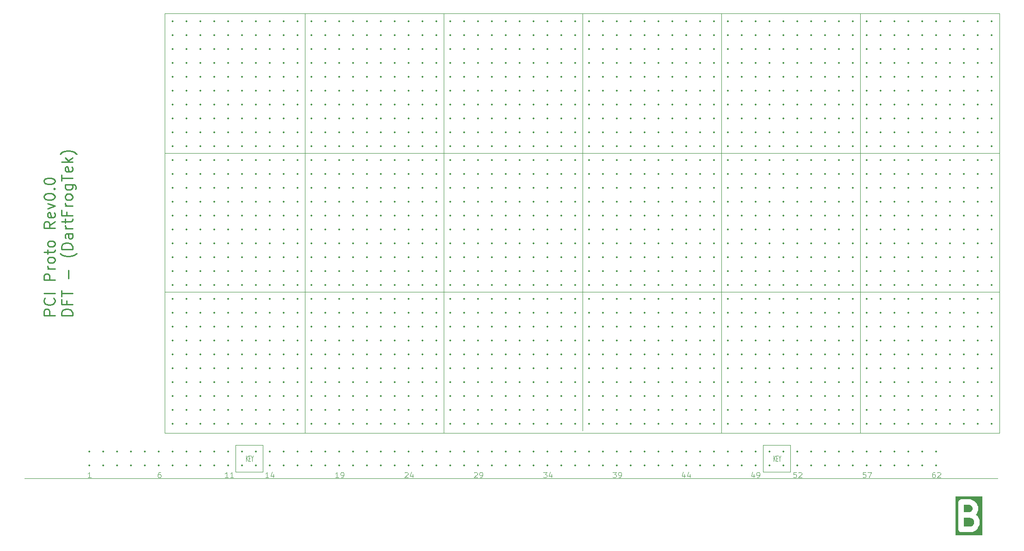
<source format=gbr>
%TF.GenerationSoftware,KiCad,Pcbnew,9.0.2*%
%TF.CreationDate,2025-06-03T09:59:19-04:00*%
%TF.ProjectId,PCI_Proto,5043495f-5072-46f7-946f-2e6b69636164,rev?*%
%TF.SameCoordinates,Original*%
%TF.FileFunction,Legend,Top*%
%TF.FilePolarity,Positive*%
%FSLAX46Y46*%
G04 Gerber Fmt 4.6, Leading zero omitted, Abs format (unit mm)*
G04 Created by KiCad (PCBNEW 9.0.2) date 2025-06-03 09:59:19*
%MOMM*%
%LPD*%
G01*
G04 APERTURE LIST*
%ADD10C,0.100000*%
%ADD11C,0.250000*%
%ADD12C,1.000000*%
%ADD13C,0.350000*%
G04 APERTURE END LIST*
D10*
X110165788Y-122316784D02*
X110165788Y-121316784D01*
X110451502Y-122316784D02*
X110237217Y-121745355D01*
X110451502Y-121316784D02*
X110165788Y-121888212D01*
X110665788Y-121792974D02*
X110832455Y-121792974D01*
X110903883Y-122316784D02*
X110665788Y-122316784D01*
X110665788Y-122316784D02*
X110665788Y-121316784D01*
X110665788Y-121316784D02*
X110903883Y-121316784D01*
X111213407Y-121840593D02*
X111213407Y-122316784D01*
X111046741Y-121316784D02*
X111213407Y-121840593D01*
X111213407Y-121840593D02*
X111380074Y-121316784D01*
X206665788Y-122316784D02*
X206665788Y-121316784D01*
X206951502Y-122316784D02*
X206737217Y-121745355D01*
X206951502Y-121316784D02*
X206665788Y-121888212D01*
X207165788Y-121792974D02*
X207332455Y-121792974D01*
X207403883Y-122316784D02*
X207165788Y-122316784D01*
X207165788Y-122316784D02*
X207165788Y-121316784D01*
X207165788Y-121316784D02*
X207403883Y-121316784D01*
X207713407Y-121840593D02*
X207713407Y-122316784D01*
X207546741Y-121316784D02*
X207713407Y-121840593D01*
X207713407Y-121840593D02*
X207880074Y-121316784D01*
X209675000Y-124244366D02*
X209675000Y-119344364D01*
X95200000Y-40344365D02*
X248000000Y-40344365D01*
X197100000Y-117144365D02*
X197100000Y-40444365D01*
X204725000Y-119344366D02*
X209675000Y-119344364D01*
X108200000Y-119344365D02*
X113150000Y-119344363D01*
X95200000Y-65944365D02*
X248000000Y-65944365D01*
X108250000Y-124244365D02*
X113150000Y-124244365D01*
X247600000Y-125444365D02*
X69600000Y-125444365D01*
X95200000Y-91344365D02*
X248000000Y-91344365D01*
X222500000Y-117144365D02*
X222500000Y-40344365D01*
X248000000Y-117148208D02*
X248000000Y-40348208D01*
X113150000Y-124244365D02*
X113150000Y-119344363D01*
X171700000Y-116744365D02*
X171700000Y-40444365D01*
X95200000Y-117148208D02*
X248000000Y-117148208D01*
X146300000Y-117144365D02*
X146300000Y-40444365D01*
X108200000Y-124244367D02*
X108200000Y-119344365D01*
X204725000Y-124244368D02*
X204725000Y-119344366D01*
X120900000Y-117144365D02*
X120900000Y-40444365D01*
X204775000Y-124244366D02*
X209675000Y-124244366D01*
X95200000Y-117148208D02*
X95200000Y-40344365D01*
X210780074Y-124316784D02*
X210303884Y-124316784D01*
X210303884Y-124316784D02*
X210256265Y-124792974D01*
X210256265Y-124792974D02*
X210303884Y-124745355D01*
X210303884Y-124745355D02*
X210399122Y-124697736D01*
X210399122Y-124697736D02*
X210637217Y-124697736D01*
X210637217Y-124697736D02*
X210732455Y-124745355D01*
X210732455Y-124745355D02*
X210780074Y-124792974D01*
X210780074Y-124792974D02*
X210827693Y-124888212D01*
X210827693Y-124888212D02*
X210827693Y-125126307D01*
X210827693Y-125126307D02*
X210780074Y-125221545D01*
X210780074Y-125221545D02*
X210732455Y-125269165D01*
X210732455Y-125269165D02*
X210637217Y-125316784D01*
X210637217Y-125316784D02*
X210399122Y-125316784D01*
X210399122Y-125316784D02*
X210303884Y-125269165D01*
X210303884Y-125269165D02*
X210256265Y-125221545D01*
X211208646Y-124412022D02*
X211256265Y-124364403D01*
X211256265Y-124364403D02*
X211351503Y-124316784D01*
X211351503Y-124316784D02*
X211589598Y-124316784D01*
X211589598Y-124316784D02*
X211684836Y-124364403D01*
X211684836Y-124364403D02*
X211732455Y-124412022D01*
X211732455Y-124412022D02*
X211780074Y-124507260D01*
X211780074Y-124507260D02*
X211780074Y-124602498D01*
X211780074Y-124602498D02*
X211732455Y-124745355D01*
X211732455Y-124745355D02*
X211161027Y-125316784D01*
X211161027Y-125316784D02*
X211780074Y-125316784D01*
X236132455Y-124316784D02*
X235941979Y-124316784D01*
X235941979Y-124316784D02*
X235846741Y-124364403D01*
X235846741Y-124364403D02*
X235799122Y-124412022D01*
X235799122Y-124412022D02*
X235703884Y-124554879D01*
X235703884Y-124554879D02*
X235656265Y-124745355D01*
X235656265Y-124745355D02*
X235656265Y-125126307D01*
X235656265Y-125126307D02*
X235703884Y-125221545D01*
X235703884Y-125221545D02*
X235751503Y-125269165D01*
X235751503Y-125269165D02*
X235846741Y-125316784D01*
X235846741Y-125316784D02*
X236037217Y-125316784D01*
X236037217Y-125316784D02*
X236132455Y-125269165D01*
X236132455Y-125269165D02*
X236180074Y-125221545D01*
X236180074Y-125221545D02*
X236227693Y-125126307D01*
X236227693Y-125126307D02*
X236227693Y-124888212D01*
X236227693Y-124888212D02*
X236180074Y-124792974D01*
X236180074Y-124792974D02*
X236132455Y-124745355D01*
X236132455Y-124745355D02*
X236037217Y-124697736D01*
X236037217Y-124697736D02*
X235846741Y-124697736D01*
X235846741Y-124697736D02*
X235751503Y-124745355D01*
X235751503Y-124745355D02*
X235703884Y-124792974D01*
X235703884Y-124792974D02*
X235656265Y-124888212D01*
X236608646Y-124412022D02*
X236656265Y-124364403D01*
X236656265Y-124364403D02*
X236751503Y-124316784D01*
X236751503Y-124316784D02*
X236989598Y-124316784D01*
X236989598Y-124316784D02*
X237084836Y-124364403D01*
X237084836Y-124364403D02*
X237132455Y-124412022D01*
X237132455Y-124412022D02*
X237180074Y-124507260D01*
X237180074Y-124507260D02*
X237180074Y-124602498D01*
X237180074Y-124602498D02*
X237132455Y-124745355D01*
X237132455Y-124745355D02*
X236561027Y-125316784D01*
X236561027Y-125316784D02*
X237180074Y-125316784D01*
D11*
X75122350Y-95603701D02*
X73122350Y-95603701D01*
X73122350Y-95603701D02*
X73122350Y-94841796D01*
X73122350Y-94841796D02*
X73217588Y-94651320D01*
X73217588Y-94651320D02*
X73312826Y-94556082D01*
X73312826Y-94556082D02*
X73503302Y-94460844D01*
X73503302Y-94460844D02*
X73789016Y-94460844D01*
X73789016Y-94460844D02*
X73979492Y-94556082D01*
X73979492Y-94556082D02*
X74074731Y-94651320D01*
X74074731Y-94651320D02*
X74169969Y-94841796D01*
X74169969Y-94841796D02*
X74169969Y-95603701D01*
X74931873Y-92460844D02*
X75027112Y-92556082D01*
X75027112Y-92556082D02*
X75122350Y-92841796D01*
X75122350Y-92841796D02*
X75122350Y-93032272D01*
X75122350Y-93032272D02*
X75027112Y-93317987D01*
X75027112Y-93317987D02*
X74836635Y-93508463D01*
X74836635Y-93508463D02*
X74646159Y-93603701D01*
X74646159Y-93603701D02*
X74265207Y-93698939D01*
X74265207Y-93698939D02*
X73979492Y-93698939D01*
X73979492Y-93698939D02*
X73598540Y-93603701D01*
X73598540Y-93603701D02*
X73408064Y-93508463D01*
X73408064Y-93508463D02*
X73217588Y-93317987D01*
X73217588Y-93317987D02*
X73122350Y-93032272D01*
X73122350Y-93032272D02*
X73122350Y-92841796D01*
X73122350Y-92841796D02*
X73217588Y-92556082D01*
X73217588Y-92556082D02*
X73312826Y-92460844D01*
X75122350Y-91603701D02*
X73122350Y-91603701D01*
X75122350Y-89127510D02*
X73122350Y-89127510D01*
X73122350Y-89127510D02*
X73122350Y-88365605D01*
X73122350Y-88365605D02*
X73217588Y-88175129D01*
X73217588Y-88175129D02*
X73312826Y-88079891D01*
X73312826Y-88079891D02*
X73503302Y-87984653D01*
X73503302Y-87984653D02*
X73789016Y-87984653D01*
X73789016Y-87984653D02*
X73979492Y-88079891D01*
X73979492Y-88079891D02*
X74074731Y-88175129D01*
X74074731Y-88175129D02*
X74169969Y-88365605D01*
X74169969Y-88365605D02*
X74169969Y-89127510D01*
X75122350Y-87127510D02*
X73789016Y-87127510D01*
X74169969Y-87127510D02*
X73979492Y-87032272D01*
X73979492Y-87032272D02*
X73884254Y-86937034D01*
X73884254Y-86937034D02*
X73789016Y-86746558D01*
X73789016Y-86746558D02*
X73789016Y-86556081D01*
X75122350Y-85603701D02*
X75027112Y-85794177D01*
X75027112Y-85794177D02*
X74931873Y-85889415D01*
X74931873Y-85889415D02*
X74741397Y-85984653D01*
X74741397Y-85984653D02*
X74169969Y-85984653D01*
X74169969Y-85984653D02*
X73979492Y-85889415D01*
X73979492Y-85889415D02*
X73884254Y-85794177D01*
X73884254Y-85794177D02*
X73789016Y-85603701D01*
X73789016Y-85603701D02*
X73789016Y-85317986D01*
X73789016Y-85317986D02*
X73884254Y-85127510D01*
X73884254Y-85127510D02*
X73979492Y-85032272D01*
X73979492Y-85032272D02*
X74169969Y-84937034D01*
X74169969Y-84937034D02*
X74741397Y-84937034D01*
X74741397Y-84937034D02*
X74931873Y-85032272D01*
X74931873Y-85032272D02*
X75027112Y-85127510D01*
X75027112Y-85127510D02*
X75122350Y-85317986D01*
X75122350Y-85317986D02*
X75122350Y-85603701D01*
X73789016Y-84365605D02*
X73789016Y-83603701D01*
X73122350Y-84079891D02*
X74836635Y-84079891D01*
X74836635Y-84079891D02*
X75027112Y-83984653D01*
X75027112Y-83984653D02*
X75122350Y-83794177D01*
X75122350Y-83794177D02*
X75122350Y-83603701D01*
X75122350Y-82651320D02*
X75027112Y-82841796D01*
X75027112Y-82841796D02*
X74931873Y-82937034D01*
X74931873Y-82937034D02*
X74741397Y-83032272D01*
X74741397Y-83032272D02*
X74169969Y-83032272D01*
X74169969Y-83032272D02*
X73979492Y-82937034D01*
X73979492Y-82937034D02*
X73884254Y-82841796D01*
X73884254Y-82841796D02*
X73789016Y-82651320D01*
X73789016Y-82651320D02*
X73789016Y-82365605D01*
X73789016Y-82365605D02*
X73884254Y-82175129D01*
X73884254Y-82175129D02*
X73979492Y-82079891D01*
X73979492Y-82079891D02*
X74169969Y-81984653D01*
X74169969Y-81984653D02*
X74741397Y-81984653D01*
X74741397Y-81984653D02*
X74931873Y-82079891D01*
X74931873Y-82079891D02*
X75027112Y-82175129D01*
X75027112Y-82175129D02*
X75122350Y-82365605D01*
X75122350Y-82365605D02*
X75122350Y-82651320D01*
X75122350Y-78460843D02*
X74169969Y-79127510D01*
X75122350Y-79603700D02*
X73122350Y-79603700D01*
X73122350Y-79603700D02*
X73122350Y-78841795D01*
X73122350Y-78841795D02*
X73217588Y-78651319D01*
X73217588Y-78651319D02*
X73312826Y-78556081D01*
X73312826Y-78556081D02*
X73503302Y-78460843D01*
X73503302Y-78460843D02*
X73789016Y-78460843D01*
X73789016Y-78460843D02*
X73979492Y-78556081D01*
X73979492Y-78556081D02*
X74074731Y-78651319D01*
X74074731Y-78651319D02*
X74169969Y-78841795D01*
X74169969Y-78841795D02*
X74169969Y-79603700D01*
X75027112Y-76841795D02*
X75122350Y-77032271D01*
X75122350Y-77032271D02*
X75122350Y-77413224D01*
X75122350Y-77413224D02*
X75027112Y-77603700D01*
X75027112Y-77603700D02*
X74836635Y-77698938D01*
X74836635Y-77698938D02*
X74074731Y-77698938D01*
X74074731Y-77698938D02*
X73884254Y-77603700D01*
X73884254Y-77603700D02*
X73789016Y-77413224D01*
X73789016Y-77413224D02*
X73789016Y-77032271D01*
X73789016Y-77032271D02*
X73884254Y-76841795D01*
X73884254Y-76841795D02*
X74074731Y-76746557D01*
X74074731Y-76746557D02*
X74265207Y-76746557D01*
X74265207Y-76746557D02*
X74455683Y-77698938D01*
X73789016Y-76079890D02*
X75122350Y-75603700D01*
X75122350Y-75603700D02*
X73789016Y-75127509D01*
X73122350Y-73984652D02*
X73122350Y-73794175D01*
X73122350Y-73794175D02*
X73217588Y-73603699D01*
X73217588Y-73603699D02*
X73312826Y-73508461D01*
X73312826Y-73508461D02*
X73503302Y-73413223D01*
X73503302Y-73413223D02*
X73884254Y-73317985D01*
X73884254Y-73317985D02*
X74360445Y-73317985D01*
X74360445Y-73317985D02*
X74741397Y-73413223D01*
X74741397Y-73413223D02*
X74931873Y-73508461D01*
X74931873Y-73508461D02*
X75027112Y-73603699D01*
X75027112Y-73603699D02*
X75122350Y-73794175D01*
X75122350Y-73794175D02*
X75122350Y-73984652D01*
X75122350Y-73984652D02*
X75027112Y-74175128D01*
X75027112Y-74175128D02*
X74931873Y-74270366D01*
X74931873Y-74270366D02*
X74741397Y-74365604D01*
X74741397Y-74365604D02*
X74360445Y-74460842D01*
X74360445Y-74460842D02*
X73884254Y-74460842D01*
X73884254Y-74460842D02*
X73503302Y-74365604D01*
X73503302Y-74365604D02*
X73312826Y-74270366D01*
X73312826Y-74270366D02*
X73217588Y-74175128D01*
X73217588Y-74175128D02*
X73122350Y-73984652D01*
X74931873Y-72460842D02*
X75027112Y-72365604D01*
X75027112Y-72365604D02*
X75122350Y-72460842D01*
X75122350Y-72460842D02*
X75027112Y-72556080D01*
X75027112Y-72556080D02*
X74931873Y-72460842D01*
X74931873Y-72460842D02*
X75122350Y-72460842D01*
X73122350Y-71127509D02*
X73122350Y-70937032D01*
X73122350Y-70937032D02*
X73217588Y-70746556D01*
X73217588Y-70746556D02*
X73312826Y-70651318D01*
X73312826Y-70651318D02*
X73503302Y-70556080D01*
X73503302Y-70556080D02*
X73884254Y-70460842D01*
X73884254Y-70460842D02*
X74360445Y-70460842D01*
X74360445Y-70460842D02*
X74741397Y-70556080D01*
X74741397Y-70556080D02*
X74931873Y-70651318D01*
X74931873Y-70651318D02*
X75027112Y-70746556D01*
X75027112Y-70746556D02*
X75122350Y-70937032D01*
X75122350Y-70937032D02*
X75122350Y-71127509D01*
X75122350Y-71127509D02*
X75027112Y-71317985D01*
X75027112Y-71317985D02*
X74931873Y-71413223D01*
X74931873Y-71413223D02*
X74741397Y-71508461D01*
X74741397Y-71508461D02*
X74360445Y-71603699D01*
X74360445Y-71603699D02*
X73884254Y-71603699D01*
X73884254Y-71603699D02*
X73503302Y-71508461D01*
X73503302Y-71508461D02*
X73312826Y-71413223D01*
X73312826Y-71413223D02*
X73217588Y-71317985D01*
X73217588Y-71317985D02*
X73122350Y-71127509D01*
X78342238Y-95603701D02*
X76342238Y-95603701D01*
X76342238Y-95603701D02*
X76342238Y-95127511D01*
X76342238Y-95127511D02*
X76437476Y-94841796D01*
X76437476Y-94841796D02*
X76627952Y-94651320D01*
X76627952Y-94651320D02*
X76818428Y-94556082D01*
X76818428Y-94556082D02*
X77199380Y-94460844D01*
X77199380Y-94460844D02*
X77485095Y-94460844D01*
X77485095Y-94460844D02*
X77866047Y-94556082D01*
X77866047Y-94556082D02*
X78056523Y-94651320D01*
X78056523Y-94651320D02*
X78247000Y-94841796D01*
X78247000Y-94841796D02*
X78342238Y-95127511D01*
X78342238Y-95127511D02*
X78342238Y-95603701D01*
X77294619Y-92937034D02*
X77294619Y-93603701D01*
X78342238Y-93603701D02*
X76342238Y-93603701D01*
X76342238Y-93603701D02*
X76342238Y-92651320D01*
X76342238Y-92175129D02*
X76342238Y-91032272D01*
X78342238Y-91603701D02*
X76342238Y-91603701D01*
X77580333Y-88841795D02*
X77580333Y-87317986D01*
X79104142Y-84270366D02*
X79008904Y-84365605D01*
X79008904Y-84365605D02*
X78723190Y-84556081D01*
X78723190Y-84556081D02*
X78532714Y-84651319D01*
X78532714Y-84651319D02*
X78247000Y-84746557D01*
X78247000Y-84746557D02*
X77770809Y-84841795D01*
X77770809Y-84841795D02*
X77389857Y-84841795D01*
X77389857Y-84841795D02*
X76913666Y-84746557D01*
X76913666Y-84746557D02*
X76627952Y-84651319D01*
X76627952Y-84651319D02*
X76437476Y-84556081D01*
X76437476Y-84556081D02*
X76151761Y-84365605D01*
X76151761Y-84365605D02*
X76056523Y-84270366D01*
X78342238Y-83508462D02*
X76342238Y-83508462D01*
X76342238Y-83508462D02*
X76342238Y-83032272D01*
X76342238Y-83032272D02*
X76437476Y-82746557D01*
X76437476Y-82746557D02*
X76627952Y-82556081D01*
X76627952Y-82556081D02*
X76818428Y-82460843D01*
X76818428Y-82460843D02*
X77199380Y-82365605D01*
X77199380Y-82365605D02*
X77485095Y-82365605D01*
X77485095Y-82365605D02*
X77866047Y-82460843D01*
X77866047Y-82460843D02*
X78056523Y-82556081D01*
X78056523Y-82556081D02*
X78247000Y-82746557D01*
X78247000Y-82746557D02*
X78342238Y-83032272D01*
X78342238Y-83032272D02*
X78342238Y-83508462D01*
X78342238Y-80651319D02*
X77294619Y-80651319D01*
X77294619Y-80651319D02*
X77104142Y-80746557D01*
X77104142Y-80746557D02*
X77008904Y-80937033D01*
X77008904Y-80937033D02*
X77008904Y-81317986D01*
X77008904Y-81317986D02*
X77104142Y-81508462D01*
X78247000Y-80651319D02*
X78342238Y-80841795D01*
X78342238Y-80841795D02*
X78342238Y-81317986D01*
X78342238Y-81317986D02*
X78247000Y-81508462D01*
X78247000Y-81508462D02*
X78056523Y-81603700D01*
X78056523Y-81603700D02*
X77866047Y-81603700D01*
X77866047Y-81603700D02*
X77675571Y-81508462D01*
X77675571Y-81508462D02*
X77580333Y-81317986D01*
X77580333Y-81317986D02*
X77580333Y-80841795D01*
X77580333Y-80841795D02*
X77485095Y-80651319D01*
X78342238Y-79698938D02*
X77008904Y-79698938D01*
X77389857Y-79698938D02*
X77199380Y-79603700D01*
X77199380Y-79603700D02*
X77104142Y-79508462D01*
X77104142Y-79508462D02*
X77008904Y-79317986D01*
X77008904Y-79317986D02*
X77008904Y-79127509D01*
X77008904Y-78746557D02*
X77008904Y-77984653D01*
X76342238Y-78460843D02*
X78056523Y-78460843D01*
X78056523Y-78460843D02*
X78247000Y-78365605D01*
X78247000Y-78365605D02*
X78342238Y-78175129D01*
X78342238Y-78175129D02*
X78342238Y-77984653D01*
X77294619Y-76651319D02*
X77294619Y-77317986D01*
X78342238Y-77317986D02*
X76342238Y-77317986D01*
X76342238Y-77317986D02*
X76342238Y-76365605D01*
X78342238Y-75603700D02*
X77008904Y-75603700D01*
X77389857Y-75603700D02*
X77199380Y-75508462D01*
X77199380Y-75508462D02*
X77104142Y-75413224D01*
X77104142Y-75413224D02*
X77008904Y-75222748D01*
X77008904Y-75222748D02*
X77008904Y-75032271D01*
X78342238Y-74079891D02*
X78247000Y-74270367D01*
X78247000Y-74270367D02*
X78151761Y-74365605D01*
X78151761Y-74365605D02*
X77961285Y-74460843D01*
X77961285Y-74460843D02*
X77389857Y-74460843D01*
X77389857Y-74460843D02*
X77199380Y-74365605D01*
X77199380Y-74365605D02*
X77104142Y-74270367D01*
X77104142Y-74270367D02*
X77008904Y-74079891D01*
X77008904Y-74079891D02*
X77008904Y-73794176D01*
X77008904Y-73794176D02*
X77104142Y-73603700D01*
X77104142Y-73603700D02*
X77199380Y-73508462D01*
X77199380Y-73508462D02*
X77389857Y-73413224D01*
X77389857Y-73413224D02*
X77961285Y-73413224D01*
X77961285Y-73413224D02*
X78151761Y-73508462D01*
X78151761Y-73508462D02*
X78247000Y-73603700D01*
X78247000Y-73603700D02*
X78342238Y-73794176D01*
X78342238Y-73794176D02*
X78342238Y-74079891D01*
X77008904Y-71698938D02*
X78627952Y-71698938D01*
X78627952Y-71698938D02*
X78818428Y-71794176D01*
X78818428Y-71794176D02*
X78913666Y-71889414D01*
X78913666Y-71889414D02*
X79008904Y-72079891D01*
X79008904Y-72079891D02*
X79008904Y-72365605D01*
X79008904Y-72365605D02*
X78913666Y-72556081D01*
X78247000Y-71698938D02*
X78342238Y-71889414D01*
X78342238Y-71889414D02*
X78342238Y-72270367D01*
X78342238Y-72270367D02*
X78247000Y-72460843D01*
X78247000Y-72460843D02*
X78151761Y-72556081D01*
X78151761Y-72556081D02*
X77961285Y-72651319D01*
X77961285Y-72651319D02*
X77389857Y-72651319D01*
X77389857Y-72651319D02*
X77199380Y-72556081D01*
X77199380Y-72556081D02*
X77104142Y-72460843D01*
X77104142Y-72460843D02*
X77008904Y-72270367D01*
X77008904Y-72270367D02*
X77008904Y-71889414D01*
X77008904Y-71889414D02*
X77104142Y-71698938D01*
X76342238Y-71032271D02*
X76342238Y-69889414D01*
X78342238Y-70460843D02*
X76342238Y-70460843D01*
X78247000Y-68460842D02*
X78342238Y-68651318D01*
X78342238Y-68651318D02*
X78342238Y-69032271D01*
X78342238Y-69032271D02*
X78247000Y-69222747D01*
X78247000Y-69222747D02*
X78056523Y-69317985D01*
X78056523Y-69317985D02*
X77294619Y-69317985D01*
X77294619Y-69317985D02*
X77104142Y-69222747D01*
X77104142Y-69222747D02*
X77008904Y-69032271D01*
X77008904Y-69032271D02*
X77008904Y-68651318D01*
X77008904Y-68651318D02*
X77104142Y-68460842D01*
X77104142Y-68460842D02*
X77294619Y-68365604D01*
X77294619Y-68365604D02*
X77485095Y-68365604D01*
X77485095Y-68365604D02*
X77675571Y-69317985D01*
X78342238Y-67508461D02*
X76342238Y-67508461D01*
X77580333Y-67317985D02*
X78342238Y-66746556D01*
X77008904Y-66746556D02*
X77770809Y-67508461D01*
X79104142Y-66079889D02*
X79008904Y-65984651D01*
X79008904Y-65984651D02*
X78723190Y-65794175D01*
X78723190Y-65794175D02*
X78532714Y-65698937D01*
X78532714Y-65698937D02*
X78247000Y-65603699D01*
X78247000Y-65603699D02*
X77770809Y-65508461D01*
X77770809Y-65508461D02*
X77389857Y-65508461D01*
X77389857Y-65508461D02*
X76913666Y-65603699D01*
X76913666Y-65603699D02*
X76627952Y-65698937D01*
X76627952Y-65698937D02*
X76437476Y-65794175D01*
X76437476Y-65794175D02*
X76151761Y-65984651D01*
X76151761Y-65984651D02*
X76056523Y-66079889D01*
D10*
X190332455Y-124650117D02*
X190332455Y-125316784D01*
X190094360Y-124269165D02*
X189856265Y-124983450D01*
X189856265Y-124983450D02*
X190475312Y-124983450D01*
X191284836Y-124650117D02*
X191284836Y-125316784D01*
X191046741Y-124269165D02*
X190808646Y-124983450D01*
X190808646Y-124983450D02*
X191427693Y-124983450D01*
X223480074Y-124316784D02*
X223003884Y-124316784D01*
X223003884Y-124316784D02*
X222956265Y-124792974D01*
X222956265Y-124792974D02*
X223003884Y-124745355D01*
X223003884Y-124745355D02*
X223099122Y-124697736D01*
X223099122Y-124697736D02*
X223337217Y-124697736D01*
X223337217Y-124697736D02*
X223432455Y-124745355D01*
X223432455Y-124745355D02*
X223480074Y-124792974D01*
X223480074Y-124792974D02*
X223527693Y-124888212D01*
X223527693Y-124888212D02*
X223527693Y-125126307D01*
X223527693Y-125126307D02*
X223480074Y-125221545D01*
X223480074Y-125221545D02*
X223432455Y-125269165D01*
X223432455Y-125269165D02*
X223337217Y-125316784D01*
X223337217Y-125316784D02*
X223099122Y-125316784D01*
X223099122Y-125316784D02*
X223003884Y-125269165D01*
X223003884Y-125269165D02*
X222956265Y-125221545D01*
X223861027Y-124316784D02*
X224527693Y-124316784D01*
X224527693Y-124316784D02*
X224099122Y-125316784D01*
X127027693Y-125316784D02*
X126456265Y-125316784D01*
X126741979Y-125316784D02*
X126741979Y-124316784D01*
X126741979Y-124316784D02*
X126646741Y-124459641D01*
X126646741Y-124459641D02*
X126551503Y-124554879D01*
X126551503Y-124554879D02*
X126456265Y-124602498D01*
X127503884Y-125316784D02*
X127694360Y-125316784D01*
X127694360Y-125316784D02*
X127789598Y-125269165D01*
X127789598Y-125269165D02*
X127837217Y-125221545D01*
X127837217Y-125221545D02*
X127932455Y-125078688D01*
X127932455Y-125078688D02*
X127980074Y-124888212D01*
X127980074Y-124888212D02*
X127980074Y-124507260D01*
X127980074Y-124507260D02*
X127932455Y-124412022D01*
X127932455Y-124412022D02*
X127884836Y-124364403D01*
X127884836Y-124364403D02*
X127789598Y-124316784D01*
X127789598Y-124316784D02*
X127599122Y-124316784D01*
X127599122Y-124316784D02*
X127503884Y-124364403D01*
X127503884Y-124364403D02*
X127456265Y-124412022D01*
X127456265Y-124412022D02*
X127408646Y-124507260D01*
X127408646Y-124507260D02*
X127408646Y-124745355D01*
X127408646Y-124745355D02*
X127456265Y-124840593D01*
X127456265Y-124840593D02*
X127503884Y-124888212D01*
X127503884Y-124888212D02*
X127599122Y-124935831D01*
X127599122Y-124935831D02*
X127789598Y-124935831D01*
X127789598Y-124935831D02*
X127884836Y-124888212D01*
X127884836Y-124888212D02*
X127932455Y-124840593D01*
X127932455Y-124840593D02*
X127980074Y-124745355D01*
X81727693Y-125316784D02*
X81156265Y-125316784D01*
X81441979Y-125316784D02*
X81441979Y-124316784D01*
X81441979Y-124316784D02*
X81346741Y-124459641D01*
X81346741Y-124459641D02*
X81251503Y-124554879D01*
X81251503Y-124554879D02*
X81156265Y-124602498D01*
X203032455Y-124650117D02*
X203032455Y-125316784D01*
X202794360Y-124269165D02*
X202556265Y-124983450D01*
X202556265Y-124983450D02*
X203175312Y-124983450D01*
X203603884Y-125316784D02*
X203794360Y-125316784D01*
X203794360Y-125316784D02*
X203889598Y-125269165D01*
X203889598Y-125269165D02*
X203937217Y-125221545D01*
X203937217Y-125221545D02*
X204032455Y-125078688D01*
X204032455Y-125078688D02*
X204080074Y-124888212D01*
X204080074Y-124888212D02*
X204080074Y-124507260D01*
X204080074Y-124507260D02*
X204032455Y-124412022D01*
X204032455Y-124412022D02*
X203984836Y-124364403D01*
X203984836Y-124364403D02*
X203889598Y-124316784D01*
X203889598Y-124316784D02*
X203699122Y-124316784D01*
X203699122Y-124316784D02*
X203603884Y-124364403D01*
X203603884Y-124364403D02*
X203556265Y-124412022D01*
X203556265Y-124412022D02*
X203508646Y-124507260D01*
X203508646Y-124507260D02*
X203508646Y-124745355D01*
X203508646Y-124745355D02*
X203556265Y-124840593D01*
X203556265Y-124840593D02*
X203603884Y-124888212D01*
X203603884Y-124888212D02*
X203699122Y-124935831D01*
X203699122Y-124935831D02*
X203889598Y-124935831D01*
X203889598Y-124935831D02*
X203984836Y-124888212D01*
X203984836Y-124888212D02*
X204032455Y-124840593D01*
X204032455Y-124840593D02*
X204080074Y-124745355D01*
X139156265Y-124412022D02*
X139203884Y-124364403D01*
X139203884Y-124364403D02*
X139299122Y-124316784D01*
X139299122Y-124316784D02*
X139537217Y-124316784D01*
X139537217Y-124316784D02*
X139632455Y-124364403D01*
X139632455Y-124364403D02*
X139680074Y-124412022D01*
X139680074Y-124412022D02*
X139727693Y-124507260D01*
X139727693Y-124507260D02*
X139727693Y-124602498D01*
X139727693Y-124602498D02*
X139680074Y-124745355D01*
X139680074Y-124745355D02*
X139108646Y-125316784D01*
X139108646Y-125316784D02*
X139727693Y-125316784D01*
X140584836Y-124650117D02*
X140584836Y-125316784D01*
X140346741Y-124269165D02*
X140108646Y-124983450D01*
X140108646Y-124983450D02*
X140727693Y-124983450D01*
X164508646Y-124316784D02*
X165127693Y-124316784D01*
X165127693Y-124316784D02*
X164794360Y-124697736D01*
X164794360Y-124697736D02*
X164937217Y-124697736D01*
X164937217Y-124697736D02*
X165032455Y-124745355D01*
X165032455Y-124745355D02*
X165080074Y-124792974D01*
X165080074Y-124792974D02*
X165127693Y-124888212D01*
X165127693Y-124888212D02*
X165127693Y-125126307D01*
X165127693Y-125126307D02*
X165080074Y-125221545D01*
X165080074Y-125221545D02*
X165032455Y-125269165D01*
X165032455Y-125269165D02*
X164937217Y-125316784D01*
X164937217Y-125316784D02*
X164651503Y-125316784D01*
X164651503Y-125316784D02*
X164556265Y-125269165D01*
X164556265Y-125269165D02*
X164508646Y-125221545D01*
X165984836Y-124650117D02*
X165984836Y-125316784D01*
X165746741Y-124269165D02*
X165508646Y-124983450D01*
X165508646Y-124983450D02*
X166127693Y-124983450D01*
X177208646Y-124316784D02*
X177827693Y-124316784D01*
X177827693Y-124316784D02*
X177494360Y-124697736D01*
X177494360Y-124697736D02*
X177637217Y-124697736D01*
X177637217Y-124697736D02*
X177732455Y-124745355D01*
X177732455Y-124745355D02*
X177780074Y-124792974D01*
X177780074Y-124792974D02*
X177827693Y-124888212D01*
X177827693Y-124888212D02*
X177827693Y-125126307D01*
X177827693Y-125126307D02*
X177780074Y-125221545D01*
X177780074Y-125221545D02*
X177732455Y-125269165D01*
X177732455Y-125269165D02*
X177637217Y-125316784D01*
X177637217Y-125316784D02*
X177351503Y-125316784D01*
X177351503Y-125316784D02*
X177256265Y-125269165D01*
X177256265Y-125269165D02*
X177208646Y-125221545D01*
X178303884Y-125316784D02*
X178494360Y-125316784D01*
X178494360Y-125316784D02*
X178589598Y-125269165D01*
X178589598Y-125269165D02*
X178637217Y-125221545D01*
X178637217Y-125221545D02*
X178732455Y-125078688D01*
X178732455Y-125078688D02*
X178780074Y-124888212D01*
X178780074Y-124888212D02*
X178780074Y-124507260D01*
X178780074Y-124507260D02*
X178732455Y-124412022D01*
X178732455Y-124412022D02*
X178684836Y-124364403D01*
X178684836Y-124364403D02*
X178589598Y-124316784D01*
X178589598Y-124316784D02*
X178399122Y-124316784D01*
X178399122Y-124316784D02*
X178303884Y-124364403D01*
X178303884Y-124364403D02*
X178256265Y-124412022D01*
X178256265Y-124412022D02*
X178208646Y-124507260D01*
X178208646Y-124507260D02*
X178208646Y-124745355D01*
X178208646Y-124745355D02*
X178256265Y-124840593D01*
X178256265Y-124840593D02*
X178303884Y-124888212D01*
X178303884Y-124888212D02*
X178399122Y-124935831D01*
X178399122Y-124935831D02*
X178589598Y-124935831D01*
X178589598Y-124935831D02*
X178684836Y-124888212D01*
X178684836Y-124888212D02*
X178732455Y-124840593D01*
X178732455Y-124840593D02*
X178780074Y-124745355D01*
X94432455Y-124316784D02*
X94241979Y-124316784D01*
X94241979Y-124316784D02*
X94146741Y-124364403D01*
X94146741Y-124364403D02*
X94099122Y-124412022D01*
X94099122Y-124412022D02*
X94003884Y-124554879D01*
X94003884Y-124554879D02*
X93956265Y-124745355D01*
X93956265Y-124745355D02*
X93956265Y-125126307D01*
X93956265Y-125126307D02*
X94003884Y-125221545D01*
X94003884Y-125221545D02*
X94051503Y-125269165D01*
X94051503Y-125269165D02*
X94146741Y-125316784D01*
X94146741Y-125316784D02*
X94337217Y-125316784D01*
X94337217Y-125316784D02*
X94432455Y-125269165D01*
X94432455Y-125269165D02*
X94480074Y-125221545D01*
X94480074Y-125221545D02*
X94527693Y-125126307D01*
X94527693Y-125126307D02*
X94527693Y-124888212D01*
X94527693Y-124888212D02*
X94480074Y-124792974D01*
X94480074Y-124792974D02*
X94432455Y-124745355D01*
X94432455Y-124745355D02*
X94337217Y-124697736D01*
X94337217Y-124697736D02*
X94146741Y-124697736D01*
X94146741Y-124697736D02*
X94051503Y-124745355D01*
X94051503Y-124745355D02*
X94003884Y-124792974D01*
X94003884Y-124792974D02*
X93956265Y-124888212D01*
X151856265Y-124412022D02*
X151903884Y-124364403D01*
X151903884Y-124364403D02*
X151999122Y-124316784D01*
X151999122Y-124316784D02*
X152237217Y-124316784D01*
X152237217Y-124316784D02*
X152332455Y-124364403D01*
X152332455Y-124364403D02*
X152380074Y-124412022D01*
X152380074Y-124412022D02*
X152427693Y-124507260D01*
X152427693Y-124507260D02*
X152427693Y-124602498D01*
X152427693Y-124602498D02*
X152380074Y-124745355D01*
X152380074Y-124745355D02*
X151808646Y-125316784D01*
X151808646Y-125316784D02*
X152427693Y-125316784D01*
X152903884Y-125316784D02*
X153094360Y-125316784D01*
X153094360Y-125316784D02*
X153189598Y-125269165D01*
X153189598Y-125269165D02*
X153237217Y-125221545D01*
X153237217Y-125221545D02*
X153332455Y-125078688D01*
X153332455Y-125078688D02*
X153380074Y-124888212D01*
X153380074Y-124888212D02*
X153380074Y-124507260D01*
X153380074Y-124507260D02*
X153332455Y-124412022D01*
X153332455Y-124412022D02*
X153284836Y-124364403D01*
X153284836Y-124364403D02*
X153189598Y-124316784D01*
X153189598Y-124316784D02*
X152999122Y-124316784D01*
X152999122Y-124316784D02*
X152903884Y-124364403D01*
X152903884Y-124364403D02*
X152856265Y-124412022D01*
X152856265Y-124412022D02*
X152808646Y-124507260D01*
X152808646Y-124507260D02*
X152808646Y-124745355D01*
X152808646Y-124745355D02*
X152856265Y-124840593D01*
X152856265Y-124840593D02*
X152903884Y-124888212D01*
X152903884Y-124888212D02*
X152999122Y-124935831D01*
X152999122Y-124935831D02*
X153189598Y-124935831D01*
X153189598Y-124935831D02*
X153284836Y-124888212D01*
X153284836Y-124888212D02*
X153332455Y-124840593D01*
X153332455Y-124840593D02*
X153380074Y-124745355D01*
X114227693Y-125316784D02*
X113656265Y-125316784D01*
X113941979Y-125316784D02*
X113941979Y-124316784D01*
X113941979Y-124316784D02*
X113846741Y-124459641D01*
X113846741Y-124459641D02*
X113751503Y-124554879D01*
X113751503Y-124554879D02*
X113656265Y-124602498D01*
X115084836Y-124650117D02*
X115084836Y-125316784D01*
X114846741Y-124269165D02*
X114608646Y-124983450D01*
X114608646Y-124983450D02*
X115227693Y-124983450D01*
X106827693Y-125316784D02*
X106256265Y-125316784D01*
X106541979Y-125316784D02*
X106541979Y-124316784D01*
X106541979Y-124316784D02*
X106446741Y-124459641D01*
X106446741Y-124459641D02*
X106351503Y-124554879D01*
X106351503Y-124554879D02*
X106256265Y-124602498D01*
X107780074Y-125316784D02*
X107208646Y-125316784D01*
X107494360Y-125316784D02*
X107494360Y-124316784D01*
X107494360Y-124316784D02*
X107399122Y-124459641D01*
X107399122Y-124459641D02*
X107303884Y-124554879D01*
X107303884Y-124554879D02*
X107208646Y-124602498D01*
D12*
G36*
X243059231Y-132836523D02*
G01*
X243156490Y-132933782D01*
X243305513Y-133231827D01*
X243305513Y-133710044D01*
X243156490Y-134008089D01*
X243033141Y-134131438D01*
X242735097Y-134280460D01*
X241448370Y-134280460D01*
X241448370Y-132661412D01*
X242533896Y-132661412D01*
X243059231Y-132836523D01*
G37*
G36*
X242795049Y-130429483D02*
G01*
X242918394Y-130552829D01*
X243067417Y-130850874D01*
X243067417Y-131090997D01*
X242918394Y-131389042D01*
X242795049Y-131512388D01*
X242497002Y-131661412D01*
X241448370Y-131661412D01*
X241448370Y-130280460D01*
X242497002Y-130280460D01*
X242795049Y-130429483D01*
G37*
G36*
X244861069Y-135836016D02*
G01*
X239892814Y-135836016D01*
X239892814Y-129780460D01*
X240448370Y-129780460D01*
X240448370Y-134780460D01*
X240452648Y-134845723D01*
X240486430Y-134971802D01*
X240551693Y-135084841D01*
X240643989Y-135177137D01*
X240757028Y-135242400D01*
X240883107Y-135276182D01*
X240948370Y-135280460D01*
X242853132Y-135280460D01*
X242880091Y-135278692D01*
X242888576Y-135279202D01*
X242896235Y-135277634D01*
X242918395Y-135276182D01*
X242967076Y-135263138D01*
X243016453Y-135253034D01*
X243036921Y-135244423D01*
X243044474Y-135242400D01*
X243051834Y-135238150D01*
X243076739Y-135227674D01*
X243552929Y-134989578D01*
X243609389Y-134956566D01*
X243620659Y-134946571D01*
X243633703Y-134939041D01*
X243682876Y-134895918D01*
X243920971Y-134657822D01*
X243964094Y-134608649D01*
X243971626Y-134595602D01*
X243981617Y-134584336D01*
X244014630Y-134527877D01*
X244252726Y-134051687D01*
X244263200Y-134026786D01*
X244267453Y-134019421D01*
X244269478Y-134011863D01*
X244278086Y-133991400D01*
X244288188Y-133942032D01*
X244301235Y-133893342D01*
X244302687Y-133871183D01*
X244304255Y-133863524D01*
X244303745Y-133855039D01*
X244305513Y-133828079D01*
X244305513Y-133113793D01*
X244303745Y-133086832D01*
X244304255Y-133078348D01*
X244302687Y-133070688D01*
X244301235Y-133048530D01*
X244288188Y-132999839D01*
X244278086Y-132950472D01*
X244269478Y-132930008D01*
X244267453Y-132922451D01*
X244263200Y-132915085D01*
X244252726Y-132890185D01*
X244014630Y-132413995D01*
X243981617Y-132357536D01*
X243971626Y-132346269D01*
X243964094Y-132333223D01*
X243920971Y-132284050D01*
X243682876Y-132045954D01*
X243679051Y-132042599D01*
X243682875Y-132038776D01*
X243725998Y-131989603D01*
X243733530Y-131976557D01*
X243743523Y-131965288D01*
X243776536Y-131908828D01*
X244014631Y-131432638D01*
X244025107Y-131407733D01*
X244029357Y-131400373D01*
X244031380Y-131392820D01*
X244039991Y-131372352D01*
X244050095Y-131322975D01*
X244063139Y-131274294D01*
X244064591Y-131252134D01*
X244066159Y-131244475D01*
X244065649Y-131235990D01*
X244067417Y-131209031D01*
X244067417Y-130732841D01*
X244065649Y-130705881D01*
X244066159Y-130697397D01*
X244064591Y-130689737D01*
X244063139Y-130667578D01*
X244050095Y-130618896D01*
X244039991Y-130569520D01*
X244031380Y-130549051D01*
X244029357Y-130541499D01*
X244025107Y-130534138D01*
X244014631Y-130509234D01*
X243776536Y-130033044D01*
X243743523Y-129976584D01*
X243733530Y-129965314D01*
X243725998Y-129952269D01*
X243682875Y-129903096D01*
X243444780Y-129665002D01*
X243395607Y-129621879D01*
X243382563Y-129614348D01*
X243371293Y-129604354D01*
X243314833Y-129571341D01*
X242838642Y-129333246D01*
X242813741Y-129322771D01*
X242806378Y-129318520D01*
X242798823Y-129316495D01*
X242778356Y-129307886D01*
X242728982Y-129297782D01*
X242680299Y-129284738D01*
X242658139Y-129283285D01*
X242650480Y-129281718D01*
X242641995Y-129282227D01*
X242615036Y-129280460D01*
X240948370Y-129280460D01*
X240883107Y-129284738D01*
X240757028Y-129318520D01*
X240643989Y-129383783D01*
X240551693Y-129476079D01*
X240486430Y-129589118D01*
X240452648Y-129715197D01*
X240448370Y-129780460D01*
X239892814Y-129780460D01*
X239892814Y-128724904D01*
X244861069Y-128724904D01*
X244861069Y-135836016D01*
G37*
D13*
X198280000Y-64644365D03*
X200820000Y-64644365D03*
X203360000Y-64644365D03*
X205900000Y-64644365D03*
X208440000Y-64644365D03*
X210980000Y-64644365D03*
X213520000Y-64644365D03*
X216060000Y-64644365D03*
X218600000Y-64644365D03*
X221140000Y-64644365D03*
X198280000Y-62104365D03*
X200820000Y-62104365D03*
X203360000Y-62104365D03*
X205900000Y-62104365D03*
X208440000Y-62104365D03*
X210980000Y-62104365D03*
X213520000Y-62104365D03*
X216060000Y-62104365D03*
X218600000Y-62104365D03*
X221140000Y-62104365D03*
X198280000Y-59564365D03*
X200820000Y-59564365D03*
X203360000Y-59564365D03*
X205900000Y-59564365D03*
X208440000Y-59564365D03*
X210980000Y-59564365D03*
X213520000Y-59564365D03*
X216060000Y-59564365D03*
X218600000Y-59564365D03*
X221140000Y-59564365D03*
X198280000Y-57024365D03*
X200820000Y-57024365D03*
X203360000Y-57024365D03*
X205900000Y-57024365D03*
X208440000Y-57024365D03*
X210980000Y-57024365D03*
X213520000Y-57024365D03*
X216060000Y-57024365D03*
X218600000Y-57024365D03*
X221140000Y-57024365D03*
X198280000Y-54484365D03*
X200820000Y-54484365D03*
X203360000Y-54484365D03*
X205900000Y-54484365D03*
X208440000Y-54484365D03*
X210980000Y-54484365D03*
X213520000Y-54484365D03*
X216060000Y-54484365D03*
X218600000Y-54484365D03*
X221140000Y-54484365D03*
X198280000Y-51944365D03*
X200820000Y-51944365D03*
X203360000Y-51944365D03*
X205900000Y-51944365D03*
X208440000Y-51944365D03*
X210980000Y-51944365D03*
X213520000Y-51944365D03*
X216060000Y-51944365D03*
X218600000Y-51944365D03*
X221140000Y-51944365D03*
X198280000Y-49404365D03*
X200820000Y-49404365D03*
X203360000Y-49404365D03*
X205900000Y-49404365D03*
X208440000Y-49404365D03*
X210980000Y-49404365D03*
X213520000Y-49404365D03*
X216060000Y-49404365D03*
X218600000Y-49404365D03*
X221140000Y-49404365D03*
X198280000Y-46864365D03*
X200820000Y-46864365D03*
X203360000Y-46864365D03*
X205900000Y-46864365D03*
X208440000Y-46864365D03*
X210980000Y-46864365D03*
X213520000Y-46864365D03*
X216060000Y-46864365D03*
X218600000Y-46864365D03*
X221140000Y-46864365D03*
X198280000Y-44324365D03*
X200820000Y-44324365D03*
X203360000Y-44324365D03*
X205900000Y-44324365D03*
X208440000Y-44324365D03*
X210980000Y-44324365D03*
X213520000Y-44324365D03*
X216060000Y-44324365D03*
X218600000Y-44324365D03*
X221140000Y-44324365D03*
X198280000Y-41784365D03*
X200820000Y-41784365D03*
X203360000Y-41784365D03*
X205900000Y-41784365D03*
X208440000Y-41784365D03*
X210980000Y-41784365D03*
X213520000Y-41784365D03*
X216060000Y-41784365D03*
X218600000Y-41784365D03*
X221140000Y-41784365D03*
X81440000Y-120524365D03*
X83980000Y-120524365D03*
X86520000Y-120524365D03*
X89060000Y-120524365D03*
X91600000Y-120524365D03*
X94140000Y-120524365D03*
X96680000Y-120524365D03*
X99220000Y-120524365D03*
X101760000Y-120524365D03*
X104300000Y-120524365D03*
X106840000Y-120524365D03*
X109380000Y-120524365D03*
X111920000Y-120524365D03*
X114460000Y-120524365D03*
X117000000Y-120524365D03*
X119540000Y-120524365D03*
X122080000Y-120524365D03*
X124620000Y-120524365D03*
X127160000Y-120524365D03*
X129700000Y-120524365D03*
X132240000Y-120524365D03*
X134780000Y-120524365D03*
X137320000Y-120524365D03*
X139860000Y-120524365D03*
X142400000Y-120524365D03*
X144940000Y-120524365D03*
X147480000Y-120524365D03*
X150020000Y-120524365D03*
X152560000Y-120524365D03*
X155100000Y-120524365D03*
X157640000Y-120524365D03*
X160180000Y-120524365D03*
X162720000Y-120524365D03*
X165260000Y-120524365D03*
X167800000Y-120524365D03*
X170340000Y-120524365D03*
X172880000Y-120524365D03*
X175420000Y-120524365D03*
X177960000Y-120524365D03*
X180500000Y-120524365D03*
X183040000Y-120524365D03*
X185580000Y-120524365D03*
X188120000Y-120524365D03*
X190660000Y-120524365D03*
X193200000Y-120524365D03*
X195740000Y-120524365D03*
X198280000Y-120524365D03*
X200820000Y-120524365D03*
X203360000Y-120524365D03*
X205900000Y-120524365D03*
X208440000Y-120524365D03*
X210980000Y-120524365D03*
X213520000Y-120524365D03*
X216060000Y-120524365D03*
X218600000Y-120524365D03*
X221140000Y-120524365D03*
X223680000Y-120524365D03*
X226220000Y-120524365D03*
X228760000Y-120524365D03*
X231300000Y-120524365D03*
X233840000Y-120524365D03*
X236380000Y-120524365D03*
X81440000Y-123064365D03*
X83980000Y-123064365D03*
X86520000Y-123064365D03*
X89060000Y-123064365D03*
X91600000Y-123064365D03*
X94140000Y-123064365D03*
X96680000Y-123064365D03*
X99220000Y-123064365D03*
X101760000Y-123064365D03*
X104300000Y-123064365D03*
X106840000Y-123064365D03*
X109380000Y-123064365D03*
X111920000Y-123064365D03*
X114460000Y-123064365D03*
X117000000Y-123064365D03*
X119540000Y-123064365D03*
X122080000Y-123064365D03*
X124620000Y-123064365D03*
X127160000Y-123064365D03*
X129700000Y-123064365D03*
X132240000Y-123064365D03*
X134780000Y-123064365D03*
X137320000Y-123064365D03*
X139860000Y-123064365D03*
X142400000Y-123064365D03*
X144940000Y-123064365D03*
X147480000Y-123064365D03*
X150020000Y-123064365D03*
X152560000Y-123064365D03*
X155100000Y-123064365D03*
X157640000Y-123064365D03*
X160180000Y-123064365D03*
X162720000Y-123064365D03*
X165260000Y-123064365D03*
X167800000Y-123064365D03*
X170340000Y-123064365D03*
X172880000Y-123064365D03*
X175420000Y-123064365D03*
X177960000Y-123064365D03*
X180500000Y-123064365D03*
X183040000Y-123064365D03*
X185580000Y-123064365D03*
X188120000Y-123064365D03*
X190660000Y-123064365D03*
X193200000Y-123064365D03*
X195740000Y-123064365D03*
X198280000Y-123064365D03*
X200820000Y-123064365D03*
X203360000Y-123064365D03*
X205900000Y-123064365D03*
X208440000Y-123064365D03*
X210980000Y-123064365D03*
X213520000Y-123064365D03*
X216060000Y-123064365D03*
X218600000Y-123064365D03*
X221140000Y-123064365D03*
X223680000Y-123064365D03*
X226220000Y-123064365D03*
X228760000Y-123064365D03*
X231300000Y-123064365D03*
X233840000Y-123064365D03*
X236380000Y-123064365D03*
X223680000Y-64644365D03*
X226220000Y-64644365D03*
X228760000Y-64644365D03*
X231300000Y-64644365D03*
X233840000Y-64644365D03*
X236380000Y-64644365D03*
X238920000Y-64644365D03*
X241460000Y-64644365D03*
X244000000Y-64644365D03*
X246540000Y-64644365D03*
X223680000Y-62104365D03*
X226220000Y-62104365D03*
X228760000Y-62104365D03*
X231300000Y-62104365D03*
X233840000Y-62104365D03*
X236380000Y-62104365D03*
X238920000Y-62104365D03*
X241460000Y-62104365D03*
X244000000Y-62104365D03*
X246540000Y-62104365D03*
X223680000Y-59564365D03*
X226220000Y-59564365D03*
X228760000Y-59564365D03*
X231300000Y-59564365D03*
X233840000Y-59564365D03*
X236380000Y-59564365D03*
X238920000Y-59564365D03*
X241460000Y-59564365D03*
X244000000Y-59564365D03*
X246540000Y-59564365D03*
X223680000Y-57024365D03*
X226220000Y-57024365D03*
X228760000Y-57024365D03*
X231300000Y-57024365D03*
X233840000Y-57024365D03*
X236380000Y-57024365D03*
X238920000Y-57024365D03*
X241460000Y-57024365D03*
X244000000Y-57024365D03*
X246540000Y-57024365D03*
X223680000Y-54484365D03*
X226220000Y-54484365D03*
X228760000Y-54484365D03*
X231300000Y-54484365D03*
X233840000Y-54484365D03*
X236380000Y-54484365D03*
X238920000Y-54484365D03*
X241460000Y-54484365D03*
X244000000Y-54484365D03*
X246540000Y-54484365D03*
X223680000Y-51944365D03*
X226220000Y-51944365D03*
X228760000Y-51944365D03*
X231300000Y-51944365D03*
X233840000Y-51944365D03*
X236380000Y-51944365D03*
X238920000Y-51944365D03*
X241460000Y-51944365D03*
X244000000Y-51944365D03*
X246540000Y-51944365D03*
X223680000Y-49404365D03*
X226220000Y-49404365D03*
X228760000Y-49404365D03*
X231300000Y-49404365D03*
X233840000Y-49404365D03*
X236380000Y-49404365D03*
X238920000Y-49404365D03*
X241460000Y-49404365D03*
X244000000Y-49404365D03*
X246540000Y-49404365D03*
X223680000Y-46864365D03*
X226220000Y-46864365D03*
X228760000Y-46864365D03*
X231300000Y-46864365D03*
X233840000Y-46864365D03*
X236380000Y-46864365D03*
X238920000Y-46864365D03*
X241460000Y-46864365D03*
X244000000Y-46864365D03*
X246540000Y-46864365D03*
X223680000Y-44324365D03*
X226220000Y-44324365D03*
X228760000Y-44324365D03*
X231300000Y-44324365D03*
X233840000Y-44324365D03*
X236380000Y-44324365D03*
X238920000Y-44324365D03*
X241460000Y-44324365D03*
X244000000Y-44324365D03*
X246540000Y-44324365D03*
X223680000Y-41784365D03*
X226220000Y-41784365D03*
X228760000Y-41784365D03*
X231300000Y-41784365D03*
X233840000Y-41784365D03*
X236380000Y-41784365D03*
X238920000Y-41784365D03*
X241460000Y-41784365D03*
X244000000Y-41784365D03*
X246540000Y-41784365D03*
X172880000Y-115444365D03*
X175420000Y-115444365D03*
X177960000Y-115444365D03*
X180500000Y-115444365D03*
X183040000Y-115444365D03*
X185580000Y-115444365D03*
X188120000Y-115444365D03*
X190660000Y-115444365D03*
X193200000Y-115444365D03*
X195740000Y-115444365D03*
X172880000Y-112904365D03*
X175420000Y-112904365D03*
X177960000Y-112904365D03*
X180500000Y-112904365D03*
X183040000Y-112904365D03*
X185580000Y-112904365D03*
X188120000Y-112904365D03*
X190660000Y-112904365D03*
X193200000Y-112904365D03*
X195740000Y-112904365D03*
X172880000Y-110364365D03*
X175420000Y-110364365D03*
X177960000Y-110364365D03*
X180500000Y-110364365D03*
X183040000Y-110364365D03*
X185580000Y-110364365D03*
X188120000Y-110364365D03*
X190660000Y-110364365D03*
X193200000Y-110364365D03*
X195740000Y-110364365D03*
X172880000Y-107824365D03*
X175420000Y-107824365D03*
X177960000Y-107824365D03*
X180500000Y-107824365D03*
X183040000Y-107824365D03*
X185580000Y-107824365D03*
X188120000Y-107824365D03*
X190660000Y-107824365D03*
X193200000Y-107824365D03*
X195740000Y-107824365D03*
X172880000Y-105284365D03*
X175420000Y-105284365D03*
X177960000Y-105284365D03*
X180500000Y-105284365D03*
X183040000Y-105284365D03*
X185580000Y-105284365D03*
X188120000Y-105284365D03*
X190660000Y-105284365D03*
X193200000Y-105284365D03*
X195740000Y-105284365D03*
X172880000Y-102744365D03*
X175420000Y-102744365D03*
X177960000Y-102744365D03*
X180500000Y-102744365D03*
X183040000Y-102744365D03*
X185580000Y-102744365D03*
X188120000Y-102744365D03*
X190660000Y-102744365D03*
X193200000Y-102744365D03*
X195740000Y-102744365D03*
X172880000Y-100204365D03*
X175420000Y-100204365D03*
X177960000Y-100204365D03*
X180500000Y-100204365D03*
X183040000Y-100204365D03*
X185580000Y-100204365D03*
X188120000Y-100204365D03*
X190660000Y-100204365D03*
X193200000Y-100204365D03*
X195740000Y-100204365D03*
X172880000Y-97664365D03*
X175420000Y-97664365D03*
X177960000Y-97664365D03*
X180500000Y-97664365D03*
X183040000Y-97664365D03*
X185580000Y-97664365D03*
X188120000Y-97664365D03*
X190660000Y-97664365D03*
X193200000Y-97664365D03*
X195740000Y-97664365D03*
X172880000Y-95124365D03*
X175420000Y-95124365D03*
X177960000Y-95124365D03*
X180500000Y-95124365D03*
X183040000Y-95124365D03*
X185580000Y-95124365D03*
X188120000Y-95124365D03*
X190660000Y-95124365D03*
X193200000Y-95124365D03*
X195740000Y-95124365D03*
X172880000Y-92584365D03*
X175420000Y-92584365D03*
X177960000Y-92584365D03*
X180500000Y-92584365D03*
X183040000Y-92584365D03*
X185580000Y-92584365D03*
X188120000Y-92584365D03*
X190660000Y-92584365D03*
X193200000Y-92584365D03*
X195740000Y-92584365D03*
X122080000Y-115444365D03*
X124620000Y-115444365D03*
X127160000Y-115444365D03*
X129700000Y-115444365D03*
X132240000Y-115444365D03*
X134780000Y-115444365D03*
X137320000Y-115444365D03*
X139860000Y-115444365D03*
X142400000Y-115444365D03*
X144940000Y-115444365D03*
X122080000Y-112904365D03*
X124620000Y-112904365D03*
X127160000Y-112904365D03*
X129700000Y-112904365D03*
X132240000Y-112904365D03*
X134780000Y-112904365D03*
X137320000Y-112904365D03*
X139860000Y-112904365D03*
X142400000Y-112904365D03*
X144940000Y-112904365D03*
X122080000Y-110364365D03*
X124620000Y-110364365D03*
X127160000Y-110364365D03*
X129700000Y-110364365D03*
X132240000Y-110364365D03*
X134780000Y-110364365D03*
X137320000Y-110364365D03*
X139860000Y-110364365D03*
X142400000Y-110364365D03*
X144940000Y-110364365D03*
X122080000Y-107824365D03*
X124620000Y-107824365D03*
X127160000Y-107824365D03*
X129700000Y-107824365D03*
X132240000Y-107824365D03*
X134780000Y-107824365D03*
X137320000Y-107824365D03*
X139860000Y-107824365D03*
X142400000Y-107824365D03*
X144940000Y-107824365D03*
X122080000Y-105284365D03*
X124620000Y-105284365D03*
X127160000Y-105284365D03*
X129700000Y-105284365D03*
X132240000Y-105284365D03*
X134780000Y-105284365D03*
X137320000Y-105284365D03*
X139860000Y-105284365D03*
X142400000Y-105284365D03*
X144940000Y-105284365D03*
X122080000Y-102744365D03*
X124620000Y-102744365D03*
X127160000Y-102744365D03*
X129700000Y-102744365D03*
X132240000Y-102744365D03*
X134780000Y-102744365D03*
X137320000Y-102744365D03*
X139860000Y-102744365D03*
X142400000Y-102744365D03*
X144940000Y-102744365D03*
X122080000Y-100204365D03*
X124620000Y-100204365D03*
X127160000Y-100204365D03*
X129700000Y-100204365D03*
X132240000Y-100204365D03*
X134780000Y-100204365D03*
X137320000Y-100204365D03*
X139860000Y-100204365D03*
X142400000Y-100204365D03*
X144940000Y-100204365D03*
X122080000Y-97664365D03*
X124620000Y-97664365D03*
X127160000Y-97664365D03*
X129700000Y-97664365D03*
X132240000Y-97664365D03*
X134780000Y-97664365D03*
X137320000Y-97664365D03*
X139860000Y-97664365D03*
X142400000Y-97664365D03*
X144940000Y-97664365D03*
X122080000Y-95124365D03*
X124620000Y-95124365D03*
X127160000Y-95124365D03*
X129700000Y-95124365D03*
X132240000Y-95124365D03*
X134780000Y-95124365D03*
X137320000Y-95124365D03*
X139860000Y-95124365D03*
X142400000Y-95124365D03*
X144940000Y-95124365D03*
X122080000Y-92584365D03*
X124620000Y-92584365D03*
X127160000Y-92584365D03*
X129700000Y-92584365D03*
X132240000Y-92584365D03*
X134780000Y-92584365D03*
X137320000Y-92584365D03*
X139860000Y-92584365D03*
X142400000Y-92584365D03*
X144940000Y-92584365D03*
X96680000Y-64644365D03*
X99220000Y-64644365D03*
X101760000Y-64644365D03*
X104300000Y-64644365D03*
X106840000Y-64644365D03*
X109380000Y-64644365D03*
X111920000Y-64644365D03*
X114460000Y-64644365D03*
X117000000Y-64644365D03*
X119540000Y-64644365D03*
X96680000Y-62104365D03*
X99220000Y-62104365D03*
X101760000Y-62104365D03*
X104300000Y-62104365D03*
X106840000Y-62104365D03*
X109380000Y-62104365D03*
X111920000Y-62104365D03*
X114460000Y-62104365D03*
X117000000Y-62104365D03*
X119540000Y-62104365D03*
X96680000Y-59564365D03*
X99220000Y-59564365D03*
X101760000Y-59564365D03*
X104300000Y-59564365D03*
X106840000Y-59564365D03*
X109380000Y-59564365D03*
X111920000Y-59564365D03*
X114460000Y-59564365D03*
X117000000Y-59564365D03*
X119540000Y-59564365D03*
X96680000Y-57024365D03*
X99220000Y-57024365D03*
X101760000Y-57024365D03*
X104300000Y-57024365D03*
X106840000Y-57024365D03*
X109380000Y-57024365D03*
X111920000Y-57024365D03*
X114460000Y-57024365D03*
X117000000Y-57024365D03*
X119540000Y-57024365D03*
X96680000Y-54484365D03*
X99220000Y-54484365D03*
X101760000Y-54484365D03*
X104300000Y-54484365D03*
X106840000Y-54484365D03*
X109380000Y-54484365D03*
X111920000Y-54484365D03*
X114460000Y-54484365D03*
X117000000Y-54484365D03*
X119540000Y-54484365D03*
X96680000Y-51944365D03*
X99220000Y-51944365D03*
X101760000Y-51944365D03*
X104300000Y-51944365D03*
X106840000Y-51944365D03*
X109380000Y-51944365D03*
X111920000Y-51944365D03*
X114460000Y-51944365D03*
X117000000Y-51944365D03*
X119540000Y-51944365D03*
X96680000Y-49404365D03*
X99220000Y-49404365D03*
X101760000Y-49404365D03*
X104300000Y-49404365D03*
X106840000Y-49404365D03*
X109380000Y-49404365D03*
X111920000Y-49404365D03*
X114460000Y-49404365D03*
X117000000Y-49404365D03*
X119540000Y-49404365D03*
X96680000Y-46864365D03*
X99220000Y-46864365D03*
X101760000Y-46864365D03*
X104300000Y-46864365D03*
X106840000Y-46864365D03*
X109380000Y-46864365D03*
X111920000Y-46864365D03*
X114460000Y-46864365D03*
X117000000Y-46864365D03*
X119540000Y-46864365D03*
X96680000Y-44324365D03*
X99220000Y-44324365D03*
X101760000Y-44324365D03*
X104300000Y-44324365D03*
X106840000Y-44324365D03*
X109380000Y-44324365D03*
X111920000Y-44324365D03*
X114460000Y-44324365D03*
X117000000Y-44324365D03*
X119540000Y-44324365D03*
X96680000Y-41784365D03*
X99220000Y-41784365D03*
X101760000Y-41784365D03*
X104300000Y-41784365D03*
X106840000Y-41784365D03*
X109380000Y-41784365D03*
X111920000Y-41784365D03*
X114460000Y-41784365D03*
X117000000Y-41784365D03*
X119540000Y-41784365D03*
X147480000Y-115444365D03*
X150020000Y-115444365D03*
X152560000Y-115444365D03*
X155100000Y-115444365D03*
X157640000Y-115444365D03*
X160180000Y-115444365D03*
X162720000Y-115444365D03*
X165260000Y-115444365D03*
X167800000Y-115444365D03*
X170340000Y-115444365D03*
X147480000Y-112904365D03*
X150020000Y-112904365D03*
X152560000Y-112904365D03*
X155100000Y-112904365D03*
X157640000Y-112904365D03*
X160180000Y-112904365D03*
X162720000Y-112904365D03*
X165260000Y-112904365D03*
X167800000Y-112904365D03*
X170340000Y-112904365D03*
X147480000Y-110364365D03*
X150020000Y-110364365D03*
X152560000Y-110364365D03*
X155100000Y-110364365D03*
X157640000Y-110364365D03*
X160180000Y-110364365D03*
X162720000Y-110364365D03*
X165260000Y-110364365D03*
X167800000Y-110364365D03*
X170340000Y-110364365D03*
X147480000Y-107824365D03*
X150020000Y-107824365D03*
X152560000Y-107824365D03*
X155100000Y-107824365D03*
X157640000Y-107824365D03*
X160180000Y-107824365D03*
X162720000Y-107824365D03*
X165260000Y-107824365D03*
X167800000Y-107824365D03*
X170340000Y-107824365D03*
X147480000Y-105284365D03*
X150020000Y-105284365D03*
X152560000Y-105284365D03*
X155100000Y-105284365D03*
X157640000Y-105284365D03*
X160180000Y-105284365D03*
X162720000Y-105284365D03*
X165260000Y-105284365D03*
X167800000Y-105284365D03*
X170340000Y-105284365D03*
X147480000Y-102744365D03*
X150020000Y-102744365D03*
X152560000Y-102744365D03*
X155100000Y-102744365D03*
X157640000Y-102744365D03*
X160180000Y-102744365D03*
X162720000Y-102744365D03*
X165260000Y-102744365D03*
X167800000Y-102744365D03*
X170340000Y-102744365D03*
X147480000Y-100204365D03*
X150020000Y-100204365D03*
X152560000Y-100204365D03*
X155100000Y-100204365D03*
X157640000Y-100204365D03*
X160180000Y-100204365D03*
X162720000Y-100204365D03*
X165260000Y-100204365D03*
X167800000Y-100204365D03*
X170340000Y-100204365D03*
X147480000Y-97664365D03*
X150020000Y-97664365D03*
X152560000Y-97664365D03*
X155100000Y-97664365D03*
X157640000Y-97664365D03*
X160180000Y-97664365D03*
X162720000Y-97664365D03*
X165260000Y-97664365D03*
X167800000Y-97664365D03*
X170340000Y-97664365D03*
X147480000Y-95124365D03*
X150020000Y-95124365D03*
X152560000Y-95124365D03*
X155100000Y-95124365D03*
X157640000Y-95124365D03*
X160180000Y-95124365D03*
X162720000Y-95124365D03*
X165260000Y-95124365D03*
X167800000Y-95124365D03*
X170340000Y-95124365D03*
X147480000Y-92584365D03*
X150020000Y-92584365D03*
X152560000Y-92584365D03*
X155100000Y-92584365D03*
X157640000Y-92584365D03*
X160180000Y-92584365D03*
X162720000Y-92584365D03*
X165260000Y-92584365D03*
X167800000Y-92584365D03*
X170340000Y-92584365D03*
X223680000Y-115444365D03*
X226220000Y-115444365D03*
X228760000Y-115444365D03*
X231300000Y-115444365D03*
X233840000Y-115444365D03*
X236380000Y-115444365D03*
X238920000Y-115444365D03*
X241460000Y-115444365D03*
X244000000Y-115444365D03*
X246540000Y-115444365D03*
X223680000Y-112904365D03*
X226220000Y-112904365D03*
X228760000Y-112904365D03*
X231300000Y-112904365D03*
X233840000Y-112904365D03*
X236380000Y-112904365D03*
X238920000Y-112904365D03*
X241460000Y-112904365D03*
X244000000Y-112904365D03*
X246540000Y-112904365D03*
X223680000Y-110364365D03*
X226220000Y-110364365D03*
X228760000Y-110364365D03*
X231300000Y-110364365D03*
X233840000Y-110364365D03*
X236380000Y-110364365D03*
X238920000Y-110364365D03*
X241460000Y-110364365D03*
X244000000Y-110364365D03*
X246540000Y-110364365D03*
X223680000Y-107824365D03*
X226220000Y-107824365D03*
X228760000Y-107824365D03*
X231300000Y-107824365D03*
X233840000Y-107824365D03*
X236380000Y-107824365D03*
X238920000Y-107824365D03*
X241460000Y-107824365D03*
X244000000Y-107824365D03*
X246540000Y-107824365D03*
X223680000Y-105284365D03*
X226220000Y-105284365D03*
X228760000Y-105284365D03*
X231300000Y-105284365D03*
X233840000Y-105284365D03*
X236380000Y-105284365D03*
X238920000Y-105284365D03*
X241460000Y-105284365D03*
X244000000Y-105284365D03*
X246540000Y-105284365D03*
X223680000Y-102744365D03*
X226220000Y-102744365D03*
X228760000Y-102744365D03*
X231300000Y-102744365D03*
X233840000Y-102744365D03*
X236380000Y-102744365D03*
X238920000Y-102744365D03*
X241460000Y-102744365D03*
X244000000Y-102744365D03*
X246540000Y-102744365D03*
X223680000Y-100204365D03*
X226220000Y-100204365D03*
X228760000Y-100204365D03*
X231300000Y-100204365D03*
X233840000Y-100204365D03*
X236380000Y-100204365D03*
X238920000Y-100204365D03*
X241460000Y-100204365D03*
X244000000Y-100204365D03*
X246540000Y-100204365D03*
X223680000Y-97664365D03*
X226220000Y-97664365D03*
X228760000Y-97664365D03*
X231300000Y-97664365D03*
X233840000Y-97664365D03*
X236380000Y-97664365D03*
X238920000Y-97664365D03*
X241460000Y-97664365D03*
X244000000Y-97664365D03*
X246540000Y-97664365D03*
X223680000Y-95124365D03*
X226220000Y-95124365D03*
X228760000Y-95124365D03*
X231300000Y-95124365D03*
X233840000Y-95124365D03*
X236380000Y-95124365D03*
X238920000Y-95124365D03*
X241460000Y-95124365D03*
X244000000Y-95124365D03*
X246540000Y-95124365D03*
X223680000Y-92584365D03*
X226220000Y-92584365D03*
X228760000Y-92584365D03*
X231300000Y-92584365D03*
X233840000Y-92584365D03*
X236380000Y-92584365D03*
X238920000Y-92584365D03*
X241460000Y-92584365D03*
X244000000Y-92584365D03*
X246540000Y-92584365D03*
X147480000Y-90044365D03*
X150020000Y-90044365D03*
X152560000Y-90044365D03*
X155100000Y-90044365D03*
X157640000Y-90044365D03*
X160180000Y-90044365D03*
X162720000Y-90044365D03*
X165260000Y-90044365D03*
X167800000Y-90044365D03*
X170340000Y-90044365D03*
X147480000Y-87504365D03*
X150020000Y-87504365D03*
X152560000Y-87504365D03*
X155100000Y-87504365D03*
X157640000Y-87504365D03*
X160180000Y-87504365D03*
X162720000Y-87504365D03*
X165260000Y-87504365D03*
X167800000Y-87504365D03*
X170340000Y-87504365D03*
X147480000Y-84964365D03*
X150020000Y-84964365D03*
X152560000Y-84964365D03*
X155100000Y-84964365D03*
X157640000Y-84964365D03*
X160180000Y-84964365D03*
X162720000Y-84964365D03*
X165260000Y-84964365D03*
X167800000Y-84964365D03*
X170340000Y-84964365D03*
X147480000Y-82424365D03*
X150020000Y-82424365D03*
X152560000Y-82424365D03*
X155100000Y-82424365D03*
X157640000Y-82424365D03*
X160180000Y-82424365D03*
X162720000Y-82424365D03*
X165260000Y-82424365D03*
X167800000Y-82424365D03*
X170340000Y-82424365D03*
X147480000Y-79884365D03*
X150020000Y-79884365D03*
X152560000Y-79884365D03*
X155100000Y-79884365D03*
X157640000Y-79884365D03*
X160180000Y-79884365D03*
X162720000Y-79884365D03*
X165260000Y-79884365D03*
X167800000Y-79884365D03*
X170340000Y-79884365D03*
X147480000Y-77344365D03*
X150020000Y-77344365D03*
X152560000Y-77344365D03*
X155100000Y-77344365D03*
X157640000Y-77344365D03*
X160180000Y-77344365D03*
X162720000Y-77344365D03*
X165260000Y-77344365D03*
X167800000Y-77344365D03*
X170340000Y-77344365D03*
X147480000Y-74804365D03*
X150020000Y-74804365D03*
X152560000Y-74804365D03*
X155100000Y-74804365D03*
X157640000Y-74804365D03*
X160180000Y-74804365D03*
X162720000Y-74804365D03*
X165260000Y-74804365D03*
X167800000Y-74804365D03*
X170340000Y-74804365D03*
X147480000Y-72264365D03*
X150020000Y-72264365D03*
X152560000Y-72264365D03*
X155100000Y-72264365D03*
X157640000Y-72264365D03*
X160180000Y-72264365D03*
X162720000Y-72264365D03*
X165260000Y-72264365D03*
X167800000Y-72264365D03*
X170340000Y-72264365D03*
X147480000Y-69724365D03*
X150020000Y-69724365D03*
X152560000Y-69724365D03*
X155100000Y-69724365D03*
X157640000Y-69724365D03*
X160180000Y-69724365D03*
X162720000Y-69724365D03*
X165260000Y-69724365D03*
X167800000Y-69724365D03*
X170340000Y-69724365D03*
X147480000Y-67184365D03*
X150020000Y-67184365D03*
X152560000Y-67184365D03*
X155100000Y-67184365D03*
X157640000Y-67184365D03*
X160180000Y-67184365D03*
X162720000Y-67184365D03*
X165260000Y-67184365D03*
X167800000Y-67184365D03*
X170340000Y-67184365D03*
X172880000Y-90044365D03*
X175420000Y-90044365D03*
X177960000Y-90044365D03*
X180500000Y-90044365D03*
X183040000Y-90044365D03*
X185580000Y-90044365D03*
X188120000Y-90044365D03*
X190660000Y-90044365D03*
X193200000Y-90044365D03*
X195740000Y-90044365D03*
X172880000Y-87504365D03*
X175420000Y-87504365D03*
X177960000Y-87504365D03*
X180500000Y-87504365D03*
X183040000Y-87504365D03*
X185580000Y-87504365D03*
X188120000Y-87504365D03*
X190660000Y-87504365D03*
X193200000Y-87504365D03*
X195740000Y-87504365D03*
X172880000Y-84964365D03*
X175420000Y-84964365D03*
X177960000Y-84964365D03*
X180500000Y-84964365D03*
X183040000Y-84964365D03*
X185580000Y-84964365D03*
X188120000Y-84964365D03*
X190660000Y-84964365D03*
X193200000Y-84964365D03*
X195740000Y-84964365D03*
X172880000Y-82424365D03*
X175420000Y-82424365D03*
X177960000Y-82424365D03*
X180500000Y-82424365D03*
X183040000Y-82424365D03*
X185580000Y-82424365D03*
X188120000Y-82424365D03*
X190660000Y-82424365D03*
X193200000Y-82424365D03*
X195740000Y-82424365D03*
X172880000Y-79884365D03*
X175420000Y-79884365D03*
X177960000Y-79884365D03*
X180500000Y-79884365D03*
X183040000Y-79884365D03*
X185580000Y-79884365D03*
X188120000Y-79884365D03*
X190660000Y-79884365D03*
X193200000Y-79884365D03*
X195740000Y-79884365D03*
X172880000Y-77344365D03*
X175420000Y-77344365D03*
X177960000Y-77344365D03*
X180500000Y-77344365D03*
X183040000Y-77344365D03*
X185580000Y-77344365D03*
X188120000Y-77344365D03*
X190660000Y-77344365D03*
X193200000Y-77344365D03*
X195740000Y-77344365D03*
X172880000Y-74804365D03*
X175420000Y-74804365D03*
X177960000Y-74804365D03*
X180500000Y-74804365D03*
X183040000Y-74804365D03*
X185580000Y-74804365D03*
X188120000Y-74804365D03*
X190660000Y-74804365D03*
X193200000Y-74804365D03*
X195740000Y-74804365D03*
X172880000Y-72264365D03*
X175420000Y-72264365D03*
X177960000Y-72264365D03*
X180500000Y-72264365D03*
X183040000Y-72264365D03*
X185580000Y-72264365D03*
X188120000Y-72264365D03*
X190660000Y-72264365D03*
X193200000Y-72264365D03*
X195740000Y-72264365D03*
X172880000Y-69724365D03*
X175420000Y-69724365D03*
X177960000Y-69724365D03*
X180500000Y-69724365D03*
X183040000Y-69724365D03*
X185580000Y-69724365D03*
X188120000Y-69724365D03*
X190660000Y-69724365D03*
X193200000Y-69724365D03*
X195740000Y-69724365D03*
X172880000Y-67184365D03*
X175420000Y-67184365D03*
X177960000Y-67184365D03*
X180500000Y-67184365D03*
X183040000Y-67184365D03*
X185580000Y-67184365D03*
X188120000Y-67184365D03*
X190660000Y-67184365D03*
X193200000Y-67184365D03*
X195740000Y-67184365D03*
X172880000Y-64644365D03*
X175420000Y-64644365D03*
X177960000Y-64644365D03*
X180500000Y-64644365D03*
X183040000Y-64644365D03*
X185580000Y-64644365D03*
X188120000Y-64644365D03*
X190660000Y-64644365D03*
X193200000Y-64644365D03*
X195740000Y-64644365D03*
X172880000Y-62104365D03*
X175420000Y-62104365D03*
X177960000Y-62104365D03*
X180500000Y-62104365D03*
X183040000Y-62104365D03*
X185580000Y-62104365D03*
X188120000Y-62104365D03*
X190660000Y-62104365D03*
X193200000Y-62104365D03*
X195740000Y-62104365D03*
X172880000Y-59564365D03*
X175420000Y-59564365D03*
X177960000Y-59564365D03*
X180500000Y-59564365D03*
X183040000Y-59564365D03*
X185580000Y-59564365D03*
X188120000Y-59564365D03*
X190660000Y-59564365D03*
X193200000Y-59564365D03*
X195740000Y-59564365D03*
X172880000Y-57024365D03*
X175420000Y-57024365D03*
X177960000Y-57024365D03*
X180500000Y-57024365D03*
X183040000Y-57024365D03*
X185580000Y-57024365D03*
X188120000Y-57024365D03*
X190660000Y-57024365D03*
X193200000Y-57024365D03*
X195740000Y-57024365D03*
X172880000Y-54484365D03*
X175420000Y-54484365D03*
X177960000Y-54484365D03*
X180500000Y-54484365D03*
X183040000Y-54484365D03*
X185580000Y-54484365D03*
X188120000Y-54484365D03*
X190660000Y-54484365D03*
X193200000Y-54484365D03*
X195740000Y-54484365D03*
X172880000Y-51944365D03*
X175420000Y-51944365D03*
X177960000Y-51944365D03*
X180500000Y-51944365D03*
X183040000Y-51944365D03*
X185580000Y-51944365D03*
X188120000Y-51944365D03*
X190660000Y-51944365D03*
X193200000Y-51944365D03*
X195740000Y-51944365D03*
X172880000Y-49404365D03*
X175420000Y-49404365D03*
X177960000Y-49404365D03*
X180500000Y-49404365D03*
X183040000Y-49404365D03*
X185580000Y-49404365D03*
X188120000Y-49404365D03*
X190660000Y-49404365D03*
X193200000Y-49404365D03*
X195740000Y-49404365D03*
X172880000Y-46864365D03*
X175420000Y-46864365D03*
X177960000Y-46864365D03*
X180500000Y-46864365D03*
X183040000Y-46864365D03*
X185580000Y-46864365D03*
X188120000Y-46864365D03*
X190660000Y-46864365D03*
X193200000Y-46864365D03*
X195740000Y-46864365D03*
X172880000Y-44324365D03*
X175420000Y-44324365D03*
X177960000Y-44324365D03*
X180500000Y-44324365D03*
X183040000Y-44324365D03*
X185580000Y-44324365D03*
X188120000Y-44324365D03*
X190660000Y-44324365D03*
X193200000Y-44324365D03*
X195740000Y-44324365D03*
X172880000Y-41784365D03*
X175420000Y-41784365D03*
X177960000Y-41784365D03*
X180500000Y-41784365D03*
X183040000Y-41784365D03*
X185580000Y-41784365D03*
X188120000Y-41784365D03*
X190660000Y-41784365D03*
X193200000Y-41784365D03*
X195740000Y-41784365D03*
X122080000Y-90044365D03*
X124620000Y-90044365D03*
X127160000Y-90044365D03*
X129700000Y-90044365D03*
X132240000Y-90044365D03*
X134780000Y-90044365D03*
X137320000Y-90044365D03*
X139860000Y-90044365D03*
X142400000Y-90044365D03*
X144940000Y-90044365D03*
X122080000Y-87504365D03*
X124620000Y-87504365D03*
X127160000Y-87504365D03*
X129700000Y-87504365D03*
X132240000Y-87504365D03*
X134780000Y-87504365D03*
X137320000Y-87504365D03*
X139860000Y-87504365D03*
X142400000Y-87504365D03*
X144940000Y-87504365D03*
X122080000Y-84964365D03*
X124620000Y-84964365D03*
X127160000Y-84964365D03*
X129700000Y-84964365D03*
X132240000Y-84964365D03*
X134780000Y-84964365D03*
X137320000Y-84964365D03*
X139860000Y-84964365D03*
X142400000Y-84964365D03*
X144940000Y-84964365D03*
X122080000Y-82424365D03*
X124620000Y-82424365D03*
X127160000Y-82424365D03*
X129700000Y-82424365D03*
X132240000Y-82424365D03*
X134780000Y-82424365D03*
X137320000Y-82424365D03*
X139860000Y-82424365D03*
X142400000Y-82424365D03*
X144940000Y-82424365D03*
X122080000Y-79884365D03*
X124620000Y-79884365D03*
X127160000Y-79884365D03*
X129700000Y-79884365D03*
X132240000Y-79884365D03*
X134780000Y-79884365D03*
X137320000Y-79884365D03*
X139860000Y-79884365D03*
X142400000Y-79884365D03*
X144940000Y-79884365D03*
X122080000Y-77344365D03*
X124620000Y-77344365D03*
X127160000Y-77344365D03*
X129700000Y-77344365D03*
X132240000Y-77344365D03*
X134780000Y-77344365D03*
X137320000Y-77344365D03*
X139860000Y-77344365D03*
X142400000Y-77344365D03*
X144940000Y-77344365D03*
X122080000Y-74804365D03*
X124620000Y-74804365D03*
X127160000Y-74804365D03*
X129700000Y-74804365D03*
X132240000Y-74804365D03*
X134780000Y-74804365D03*
X137320000Y-74804365D03*
X139860000Y-74804365D03*
X142400000Y-74804365D03*
X144940000Y-74804365D03*
X122080000Y-72264365D03*
X124620000Y-72264365D03*
X127160000Y-72264365D03*
X129700000Y-72264365D03*
X132240000Y-72264365D03*
X134780000Y-72264365D03*
X137320000Y-72264365D03*
X139860000Y-72264365D03*
X142400000Y-72264365D03*
X144940000Y-72264365D03*
X122080000Y-69724365D03*
X124620000Y-69724365D03*
X127160000Y-69724365D03*
X129700000Y-69724365D03*
X132240000Y-69724365D03*
X134780000Y-69724365D03*
X137320000Y-69724365D03*
X139860000Y-69724365D03*
X142400000Y-69724365D03*
X144940000Y-69724365D03*
X122080000Y-67184365D03*
X124620000Y-67184365D03*
X127160000Y-67184365D03*
X129700000Y-67184365D03*
X132240000Y-67184365D03*
X134780000Y-67184365D03*
X137320000Y-67184365D03*
X139860000Y-67184365D03*
X142400000Y-67184365D03*
X144940000Y-67184365D03*
X96680000Y-90044365D03*
X99220000Y-90044365D03*
X101760000Y-90044365D03*
X104300000Y-90044365D03*
X106840000Y-90044365D03*
X109380000Y-90044365D03*
X111920000Y-90044365D03*
X114460000Y-90044365D03*
X117000000Y-90044365D03*
X119540000Y-90044365D03*
X96680000Y-87504365D03*
X99220000Y-87504365D03*
X101760000Y-87504365D03*
X104300000Y-87504365D03*
X106840000Y-87504365D03*
X109380000Y-87504365D03*
X111920000Y-87504365D03*
X114460000Y-87504365D03*
X117000000Y-87504365D03*
X119540000Y-87504365D03*
X96680000Y-84964365D03*
X99220000Y-84964365D03*
X101760000Y-84964365D03*
X104300000Y-84964365D03*
X106840000Y-84964365D03*
X109380000Y-84964365D03*
X111920000Y-84964365D03*
X114460000Y-84964365D03*
X117000000Y-84964365D03*
X119540000Y-84964365D03*
X96680000Y-82424365D03*
X99220000Y-82424365D03*
X101760000Y-82424365D03*
X104300000Y-82424365D03*
X106840000Y-82424365D03*
X109380000Y-82424365D03*
X111920000Y-82424365D03*
X114460000Y-82424365D03*
X117000000Y-82424365D03*
X119540000Y-82424365D03*
X96680000Y-79884365D03*
X99220000Y-79884365D03*
X101760000Y-79884365D03*
X104300000Y-79884365D03*
X106840000Y-79884365D03*
X109380000Y-79884365D03*
X111920000Y-79884365D03*
X114460000Y-79884365D03*
X117000000Y-79884365D03*
X119540000Y-79884365D03*
X96680000Y-77344365D03*
X99220000Y-77344365D03*
X101760000Y-77344365D03*
X104300000Y-77344365D03*
X106840000Y-77344365D03*
X109380000Y-77344365D03*
X111920000Y-77344365D03*
X114460000Y-77344365D03*
X117000000Y-77344365D03*
X119540000Y-77344365D03*
X96680000Y-74804365D03*
X99220000Y-74804365D03*
X101760000Y-74804365D03*
X104300000Y-74804365D03*
X106840000Y-74804365D03*
X109380000Y-74804365D03*
X111920000Y-74804365D03*
X114460000Y-74804365D03*
X117000000Y-74804365D03*
X119540000Y-74804365D03*
X96680000Y-72264365D03*
X99220000Y-72264365D03*
X101760000Y-72264365D03*
X104300000Y-72264365D03*
X106840000Y-72264365D03*
X109380000Y-72264365D03*
X111920000Y-72264365D03*
X114460000Y-72264365D03*
X117000000Y-72264365D03*
X119540000Y-72264365D03*
X96680000Y-69724365D03*
X99220000Y-69724365D03*
X101760000Y-69724365D03*
X104300000Y-69724365D03*
X106840000Y-69724365D03*
X109380000Y-69724365D03*
X111920000Y-69724365D03*
X114460000Y-69724365D03*
X117000000Y-69724365D03*
X119540000Y-69724365D03*
X96680000Y-67184365D03*
X99220000Y-67184365D03*
X101760000Y-67184365D03*
X104300000Y-67184365D03*
X106840000Y-67184365D03*
X109380000Y-67184365D03*
X111920000Y-67184365D03*
X114460000Y-67184365D03*
X117000000Y-67184365D03*
X119540000Y-67184365D03*
X198280000Y-90044365D03*
X200820000Y-90044365D03*
X203360000Y-90044365D03*
X205900000Y-90044365D03*
X208440000Y-90044365D03*
X210980000Y-90044365D03*
X213520000Y-90044365D03*
X216060000Y-90044365D03*
X218600000Y-90044365D03*
X221140000Y-90044365D03*
X198280000Y-87504365D03*
X200820000Y-87504365D03*
X203360000Y-87504365D03*
X205900000Y-87504365D03*
X208440000Y-87504365D03*
X210980000Y-87504365D03*
X213520000Y-87504365D03*
X216060000Y-87504365D03*
X218600000Y-87504365D03*
X221140000Y-87504365D03*
X198280000Y-84964365D03*
X200820000Y-84964365D03*
X203360000Y-84964365D03*
X205900000Y-84964365D03*
X208440000Y-84964365D03*
X210980000Y-84964365D03*
X213520000Y-84964365D03*
X216060000Y-84964365D03*
X218600000Y-84964365D03*
X221140000Y-84964365D03*
X198280000Y-82424365D03*
X200820000Y-82424365D03*
X203360000Y-82424365D03*
X205900000Y-82424365D03*
X208440000Y-82424365D03*
X210980000Y-82424365D03*
X213520000Y-82424365D03*
X216060000Y-82424365D03*
X218600000Y-82424365D03*
X221140000Y-82424365D03*
X198280000Y-79884365D03*
X200820000Y-79884365D03*
X203360000Y-79884365D03*
X205900000Y-79884365D03*
X208440000Y-79884365D03*
X210980000Y-79884365D03*
X213520000Y-79884365D03*
X216060000Y-79884365D03*
X218600000Y-79884365D03*
X221140000Y-79884365D03*
X198280000Y-77344365D03*
X200820000Y-77344365D03*
X203360000Y-77344365D03*
X205900000Y-77344365D03*
X208440000Y-77344365D03*
X210980000Y-77344365D03*
X213520000Y-77344365D03*
X216060000Y-77344365D03*
X218600000Y-77344365D03*
X221140000Y-77344365D03*
X198280000Y-74804365D03*
X200820000Y-74804365D03*
X203360000Y-74804365D03*
X205900000Y-74804365D03*
X208440000Y-74804365D03*
X210980000Y-74804365D03*
X213520000Y-74804365D03*
X216060000Y-74804365D03*
X218600000Y-74804365D03*
X221140000Y-74804365D03*
X198280000Y-72264365D03*
X200820000Y-72264365D03*
X203360000Y-72264365D03*
X205900000Y-72264365D03*
X208440000Y-72264365D03*
X210980000Y-72264365D03*
X213520000Y-72264365D03*
X216060000Y-72264365D03*
X218600000Y-72264365D03*
X221140000Y-72264365D03*
X198280000Y-69724365D03*
X200820000Y-69724365D03*
X203360000Y-69724365D03*
X205900000Y-69724365D03*
X208440000Y-69724365D03*
X210980000Y-69724365D03*
X213520000Y-69724365D03*
X216060000Y-69724365D03*
X218600000Y-69724365D03*
X221140000Y-69724365D03*
X198280000Y-67184365D03*
X200820000Y-67184365D03*
X203360000Y-67184365D03*
X205900000Y-67184365D03*
X208440000Y-67184365D03*
X210980000Y-67184365D03*
X213520000Y-67184365D03*
X216060000Y-67184365D03*
X218600000Y-67184365D03*
X221140000Y-67184365D03*
X147480000Y-64644365D03*
X150020000Y-64644365D03*
X152560000Y-64644365D03*
X155100000Y-64644365D03*
X157640000Y-64644365D03*
X160180000Y-64644365D03*
X162720000Y-64644365D03*
X165260000Y-64644365D03*
X167800000Y-64644365D03*
X170340000Y-64644365D03*
X147480000Y-62104365D03*
X150020000Y-62104365D03*
X152560000Y-62104365D03*
X155100000Y-62104365D03*
X157640000Y-62104365D03*
X160180000Y-62104365D03*
X162720000Y-62104365D03*
X165260000Y-62104365D03*
X167800000Y-62104365D03*
X170340000Y-62104365D03*
X147480000Y-59564365D03*
X150020000Y-59564365D03*
X152560000Y-59564365D03*
X155100000Y-59564365D03*
X157640000Y-59564365D03*
X160180000Y-59564365D03*
X162720000Y-59564365D03*
X165260000Y-59564365D03*
X167800000Y-59564365D03*
X170340000Y-59564365D03*
X147480000Y-57024365D03*
X150020000Y-57024365D03*
X152560000Y-57024365D03*
X155100000Y-57024365D03*
X157640000Y-57024365D03*
X160180000Y-57024365D03*
X162720000Y-57024365D03*
X165260000Y-57024365D03*
X167800000Y-57024365D03*
X170340000Y-57024365D03*
X147480000Y-54484365D03*
X150020000Y-54484365D03*
X152560000Y-54484365D03*
X155100000Y-54484365D03*
X157640000Y-54484365D03*
X160180000Y-54484365D03*
X162720000Y-54484365D03*
X165260000Y-54484365D03*
X167800000Y-54484365D03*
X170340000Y-54484365D03*
X147480000Y-51944365D03*
X150020000Y-51944365D03*
X152560000Y-51944365D03*
X155100000Y-51944365D03*
X157640000Y-51944365D03*
X160180000Y-51944365D03*
X162720000Y-51944365D03*
X165260000Y-51944365D03*
X167800000Y-51944365D03*
X170340000Y-51944365D03*
X147480000Y-49404365D03*
X150020000Y-49404365D03*
X152560000Y-49404365D03*
X155100000Y-49404365D03*
X157640000Y-49404365D03*
X160180000Y-49404365D03*
X162720000Y-49404365D03*
X165260000Y-49404365D03*
X167800000Y-49404365D03*
X170340000Y-49404365D03*
X147480000Y-46864365D03*
X150020000Y-46864365D03*
X152560000Y-46864365D03*
X155100000Y-46864365D03*
X157640000Y-46864365D03*
X160180000Y-46864365D03*
X162720000Y-46864365D03*
X165260000Y-46864365D03*
X167800000Y-46864365D03*
X170340000Y-46864365D03*
X147480000Y-44324365D03*
X150020000Y-44324365D03*
X152560000Y-44324365D03*
X155100000Y-44324365D03*
X157640000Y-44324365D03*
X160180000Y-44324365D03*
X162720000Y-44324365D03*
X165260000Y-44324365D03*
X167800000Y-44324365D03*
X170340000Y-44324365D03*
X147480000Y-41784365D03*
X150020000Y-41784365D03*
X152560000Y-41784365D03*
X155100000Y-41784365D03*
X157640000Y-41784365D03*
X160180000Y-41784365D03*
X162720000Y-41784365D03*
X165260000Y-41784365D03*
X167800000Y-41784365D03*
X170340000Y-41784365D03*
X122080000Y-64644365D03*
X124620000Y-64644365D03*
X127160000Y-64644365D03*
X129700000Y-64644365D03*
X132240000Y-64644365D03*
X134780000Y-64644365D03*
X137320000Y-64644365D03*
X139860000Y-64644365D03*
X142400000Y-64644365D03*
X144940000Y-64644365D03*
X122080000Y-62104365D03*
X124620000Y-62104365D03*
X127160000Y-62104365D03*
X129700000Y-62104365D03*
X132240000Y-62104365D03*
X134780000Y-62104365D03*
X137320000Y-62104365D03*
X139860000Y-62104365D03*
X142400000Y-62104365D03*
X144940000Y-62104365D03*
X122080000Y-59564365D03*
X124620000Y-59564365D03*
X127160000Y-59564365D03*
X129700000Y-59564365D03*
X132240000Y-59564365D03*
X134780000Y-59564365D03*
X137320000Y-59564365D03*
X139860000Y-59564365D03*
X142400000Y-59564365D03*
X144940000Y-59564365D03*
X122080000Y-57024365D03*
X124620000Y-57024365D03*
X127160000Y-57024365D03*
X129700000Y-57024365D03*
X132240000Y-57024365D03*
X134780000Y-57024365D03*
X137320000Y-57024365D03*
X139860000Y-57024365D03*
X142400000Y-57024365D03*
X144940000Y-57024365D03*
X122080000Y-54484365D03*
X124620000Y-54484365D03*
X127160000Y-54484365D03*
X129700000Y-54484365D03*
X132240000Y-54484365D03*
X134780000Y-54484365D03*
X137320000Y-54484365D03*
X139860000Y-54484365D03*
X142400000Y-54484365D03*
X144940000Y-54484365D03*
X122080000Y-51944365D03*
X124620000Y-51944365D03*
X127160000Y-51944365D03*
X129700000Y-51944365D03*
X132240000Y-51944365D03*
X134780000Y-51944365D03*
X137320000Y-51944365D03*
X139860000Y-51944365D03*
X142400000Y-51944365D03*
X144940000Y-51944365D03*
X122080000Y-49404365D03*
X124620000Y-49404365D03*
X127160000Y-49404365D03*
X129700000Y-49404365D03*
X132240000Y-49404365D03*
X134780000Y-49404365D03*
X137320000Y-49404365D03*
X139860000Y-49404365D03*
X142400000Y-49404365D03*
X144940000Y-49404365D03*
X122080000Y-46864365D03*
X124620000Y-46864365D03*
X127160000Y-46864365D03*
X129700000Y-46864365D03*
X132240000Y-46864365D03*
X134780000Y-46864365D03*
X137320000Y-46864365D03*
X139860000Y-46864365D03*
X142400000Y-46864365D03*
X144940000Y-46864365D03*
X122080000Y-44324365D03*
X124620000Y-44324365D03*
X127160000Y-44324365D03*
X129700000Y-44324365D03*
X132240000Y-44324365D03*
X134780000Y-44324365D03*
X137320000Y-44324365D03*
X139860000Y-44324365D03*
X142400000Y-44324365D03*
X144940000Y-44324365D03*
X122080000Y-41784365D03*
X124620000Y-41784365D03*
X127160000Y-41784365D03*
X129700000Y-41784365D03*
X132240000Y-41784365D03*
X134780000Y-41784365D03*
X137320000Y-41784365D03*
X139860000Y-41784365D03*
X142400000Y-41784365D03*
X144940000Y-41784365D03*
X223680000Y-90044365D03*
X226220000Y-90044365D03*
X228760000Y-90044365D03*
X231300000Y-90044365D03*
X233840000Y-90044365D03*
X236380000Y-90044365D03*
X238920000Y-90044365D03*
X241460000Y-90044365D03*
X244000000Y-90044365D03*
X246540000Y-90044365D03*
X223680000Y-87504365D03*
X226220000Y-87504365D03*
X228760000Y-87504365D03*
X231300000Y-87504365D03*
X233840000Y-87504365D03*
X236380000Y-87504365D03*
X238920000Y-87504365D03*
X241460000Y-87504365D03*
X244000000Y-87504365D03*
X246540000Y-87504365D03*
X223680000Y-84964365D03*
X226220000Y-84964365D03*
X228760000Y-84964365D03*
X231300000Y-84964365D03*
X233840000Y-84964365D03*
X236380000Y-84964365D03*
X238920000Y-84964365D03*
X241460000Y-84964365D03*
X244000000Y-84964365D03*
X246540000Y-84964365D03*
X223680000Y-82424365D03*
X226220000Y-82424365D03*
X228760000Y-82424365D03*
X231300000Y-82424365D03*
X233840000Y-82424365D03*
X236380000Y-82424365D03*
X238920000Y-82424365D03*
X241460000Y-82424365D03*
X244000000Y-82424365D03*
X246540000Y-82424365D03*
X223680000Y-79884365D03*
X226220000Y-79884365D03*
X228760000Y-79884365D03*
X231300000Y-79884365D03*
X233840000Y-79884365D03*
X236380000Y-79884365D03*
X238920000Y-79884365D03*
X241460000Y-79884365D03*
X244000000Y-79884365D03*
X246540000Y-79884365D03*
X223680000Y-77344365D03*
X226220000Y-77344365D03*
X228760000Y-77344365D03*
X231300000Y-77344365D03*
X233840000Y-77344365D03*
X236380000Y-77344365D03*
X238920000Y-77344365D03*
X241460000Y-77344365D03*
X244000000Y-77344365D03*
X246540000Y-77344365D03*
X223680000Y-74804365D03*
X226220000Y-74804365D03*
X228760000Y-74804365D03*
X231300000Y-74804365D03*
X233840000Y-74804365D03*
X236380000Y-74804365D03*
X238920000Y-74804365D03*
X241460000Y-74804365D03*
X244000000Y-74804365D03*
X246540000Y-74804365D03*
X223680000Y-72264365D03*
X226220000Y-72264365D03*
X228760000Y-72264365D03*
X231300000Y-72264365D03*
X233840000Y-72264365D03*
X236380000Y-72264365D03*
X238920000Y-72264365D03*
X241460000Y-72264365D03*
X244000000Y-72264365D03*
X246540000Y-72264365D03*
X223680000Y-69724365D03*
X226220000Y-69724365D03*
X228760000Y-69724365D03*
X231300000Y-69724365D03*
X233840000Y-69724365D03*
X236380000Y-69724365D03*
X238920000Y-69724365D03*
X241460000Y-69724365D03*
X244000000Y-69724365D03*
X246540000Y-69724365D03*
X223680000Y-67184365D03*
X226220000Y-67184365D03*
X228760000Y-67184365D03*
X231300000Y-67184365D03*
X233840000Y-67184365D03*
X236380000Y-67184365D03*
X238920000Y-67184365D03*
X241460000Y-67184365D03*
X244000000Y-67184365D03*
X246540000Y-67184365D03*
X198280000Y-115444365D03*
X200820000Y-115444365D03*
X203360000Y-115444365D03*
X205900000Y-115444365D03*
X208440000Y-115444365D03*
X210980000Y-115444365D03*
X213520000Y-115444365D03*
X216060000Y-115444365D03*
X218600000Y-115444365D03*
X221140000Y-115444365D03*
X198280000Y-112904365D03*
X200820000Y-112904365D03*
X203360000Y-112904365D03*
X205900000Y-112904365D03*
X208440000Y-112904365D03*
X210980000Y-112904365D03*
X213520000Y-112904365D03*
X216060000Y-112904365D03*
X218600000Y-112904365D03*
X221140000Y-112904365D03*
X198280000Y-110364365D03*
X200820000Y-110364365D03*
X203360000Y-110364365D03*
X205900000Y-110364365D03*
X208440000Y-110364365D03*
X210980000Y-110364365D03*
X213520000Y-110364365D03*
X216060000Y-110364365D03*
X218600000Y-110364365D03*
X221140000Y-110364365D03*
X198280000Y-107824365D03*
X200820000Y-107824365D03*
X203360000Y-107824365D03*
X205900000Y-107824365D03*
X208440000Y-107824365D03*
X210980000Y-107824365D03*
X213520000Y-107824365D03*
X216060000Y-107824365D03*
X218600000Y-107824365D03*
X221140000Y-107824365D03*
X198280000Y-105284365D03*
X200820000Y-105284365D03*
X203360000Y-105284365D03*
X205900000Y-105284365D03*
X208440000Y-105284365D03*
X210980000Y-105284365D03*
X213520000Y-105284365D03*
X216060000Y-105284365D03*
X218600000Y-105284365D03*
X221140000Y-105284365D03*
X198280000Y-102744365D03*
X200820000Y-102744365D03*
X203360000Y-102744365D03*
X205900000Y-102744365D03*
X208440000Y-102744365D03*
X210980000Y-102744365D03*
X213520000Y-102744365D03*
X216060000Y-102744365D03*
X218600000Y-102744365D03*
X221140000Y-102744365D03*
X198280000Y-100204365D03*
X200820000Y-100204365D03*
X203360000Y-100204365D03*
X205900000Y-100204365D03*
X208440000Y-100204365D03*
X210980000Y-100204365D03*
X213520000Y-100204365D03*
X216060000Y-100204365D03*
X218600000Y-100204365D03*
X221140000Y-100204365D03*
X198280000Y-97664365D03*
X200820000Y-97664365D03*
X203360000Y-97664365D03*
X205900000Y-97664365D03*
X208440000Y-97664365D03*
X210980000Y-97664365D03*
X213520000Y-97664365D03*
X216060000Y-97664365D03*
X218600000Y-97664365D03*
X221140000Y-97664365D03*
X198280000Y-95124365D03*
X200820000Y-95124365D03*
X203360000Y-95124365D03*
X205900000Y-95124365D03*
X208440000Y-95124365D03*
X210980000Y-95124365D03*
X213520000Y-95124365D03*
X216060000Y-95124365D03*
X218600000Y-95124365D03*
X221140000Y-95124365D03*
X198280000Y-92584365D03*
X200820000Y-92584365D03*
X203360000Y-92584365D03*
X205900000Y-92584365D03*
X208440000Y-92584365D03*
X210980000Y-92584365D03*
X213520000Y-92584365D03*
X216060000Y-92584365D03*
X218600000Y-92584365D03*
X221140000Y-92584365D03*
X96680000Y-115444365D03*
X99220000Y-115444365D03*
X101760000Y-115444365D03*
X104300000Y-115444365D03*
X106840000Y-115444365D03*
X109380000Y-115444365D03*
X111920000Y-115444365D03*
X114460000Y-115444365D03*
X117000000Y-115444365D03*
X119540000Y-115444365D03*
X96680000Y-112904365D03*
X99220000Y-112904365D03*
X101760000Y-112904365D03*
X104300000Y-112904365D03*
X106840000Y-112904365D03*
X109380000Y-112904365D03*
X111920000Y-112904365D03*
X114460000Y-112904365D03*
X117000000Y-112904365D03*
X119540000Y-112904365D03*
X96680000Y-110364365D03*
X99220000Y-110364365D03*
X101760000Y-110364365D03*
X104300000Y-110364365D03*
X106840000Y-110364365D03*
X109380000Y-110364365D03*
X111920000Y-110364365D03*
X114460000Y-110364365D03*
X117000000Y-110364365D03*
X119540000Y-110364365D03*
X96680000Y-107824365D03*
X99220000Y-107824365D03*
X101760000Y-107824365D03*
X104300000Y-107824365D03*
X106840000Y-107824365D03*
X109380000Y-107824365D03*
X111920000Y-107824365D03*
X114460000Y-107824365D03*
X117000000Y-107824365D03*
X119540000Y-107824365D03*
X96680000Y-105284365D03*
X99220000Y-105284365D03*
X101760000Y-105284365D03*
X104300000Y-105284365D03*
X106840000Y-105284365D03*
X109380000Y-105284365D03*
X111920000Y-105284365D03*
X114460000Y-105284365D03*
X117000000Y-105284365D03*
X119540000Y-105284365D03*
X96680000Y-102744365D03*
X99220000Y-102744365D03*
X101760000Y-102744365D03*
X104300000Y-102744365D03*
X106840000Y-102744365D03*
X109380000Y-102744365D03*
X111920000Y-102744365D03*
X114460000Y-102744365D03*
X117000000Y-102744365D03*
X119540000Y-102744365D03*
X96680000Y-100204365D03*
X99220000Y-100204365D03*
X101760000Y-100204365D03*
X104300000Y-100204365D03*
X106840000Y-100204365D03*
X109380000Y-100204365D03*
X111920000Y-100204365D03*
X114460000Y-100204365D03*
X117000000Y-100204365D03*
X119540000Y-100204365D03*
X96680000Y-97664365D03*
X99220000Y-97664365D03*
X101760000Y-97664365D03*
X104300000Y-97664365D03*
X106840000Y-97664365D03*
X109380000Y-97664365D03*
X111920000Y-97664365D03*
X114460000Y-97664365D03*
X117000000Y-97664365D03*
X119540000Y-97664365D03*
X96680000Y-95124365D03*
X99220000Y-95124365D03*
X101760000Y-95124365D03*
X104300000Y-95124365D03*
X106840000Y-95124365D03*
X109380000Y-95124365D03*
X111920000Y-95124365D03*
X114460000Y-95124365D03*
X117000000Y-95124365D03*
X119540000Y-95124365D03*
X96680000Y-92584365D03*
X99220000Y-92584365D03*
X101760000Y-92584365D03*
X104300000Y-92584365D03*
X106840000Y-92584365D03*
X109380000Y-92584365D03*
X111920000Y-92584365D03*
X114460000Y-92584365D03*
X117000000Y-92584365D03*
X119540000Y-92584365D03*
M02*

</source>
